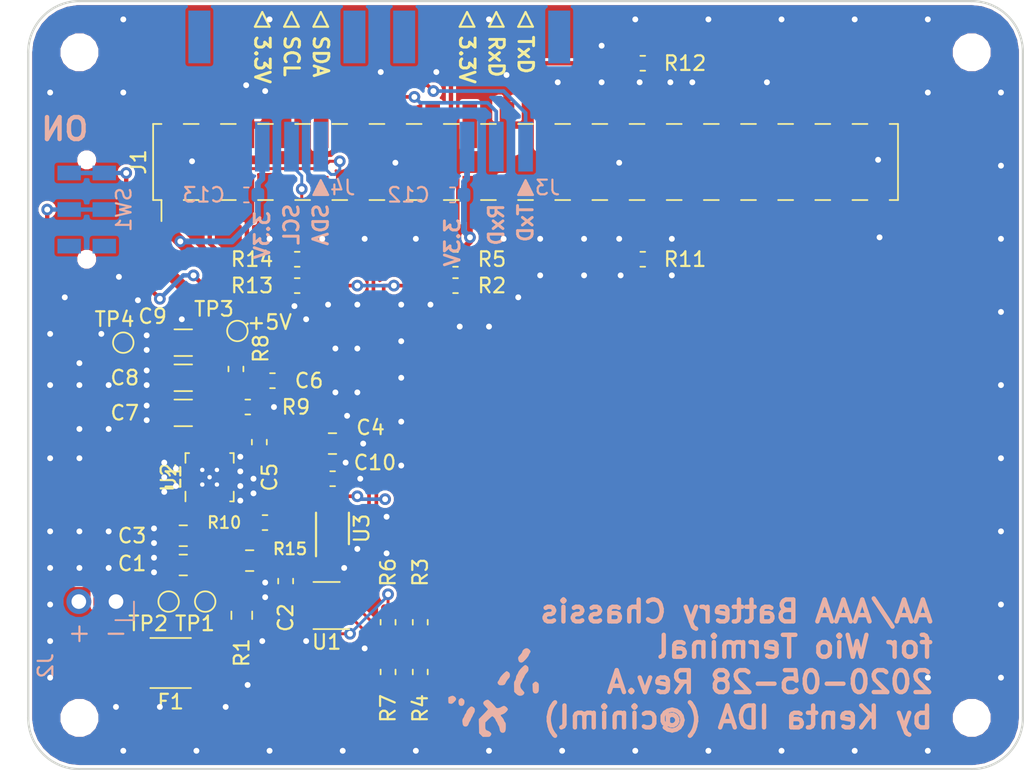
<source format=kicad_pcb>
(kicad_pcb (version 20171130) (host pcbnew "(5.0.0)")
  (layers (0 F.Cu signal) (31 B.Cu signal) (34 B.Paste user) (35 F.Paste user) (36 B.SilkS user) (37 F.SilkS user) (38 B.Mask user) (39 F.Mask user) (44 Edge.Cuts user))
  (net 0 "")
  (net 1 "Net-(C1-Pad1)")
  (net 2 GND)
  (net 3 +5V)
  (net 4 "Net-(C5-Pad1)")
  (net 5 "Net-(C6-Pad1)")
  (net 6 "Net-(J1-Pad27)")
  (net 7 "Net-(J1-Pad28)")
  (net 8 "Net-(L1-Pad1)")
  (net 9 "Net-(L1-Pad2)")
  (net 10 /SDA)
  (net 11 /A0)
  (net 12 /SCL)
  (net 13 /A1)
  (net 14 "Net-(R10-Pad2)")
  (net 15 +3V3)
  (net 16 "Net-(F1-Pad1)")
  (net 17 "Net-(R15-Pad2)")
  (net 18 "Net-(SW1-Pad1)")
  (net 19 "Net-(F1-Pad2)")
  (net 20 /I2C1_SDA)
  (net 21 /I2C1_SCL)
  (net 22 /TXD)
  (net 23 /RXD)
  (module local:MountingHole_2.2mm_M2_DIN965_Mask (layer F.Cu) (at 3.5 -49)
    (fp_text reference MH4 hide)
    (fp_text value Corner)
    (pad "" smd circle (at 0 0) (size 2.05 2.05) (layers *.Paste F.Cu))
    (pad "" np_thru_hole circle (at 0 0) (size 2.2 2.2) (drill 2.2) (layers *.Cu *.Mask))
  )
  (module local:MountingHole_2.2mm_M2_DIN965_Mask (layer F.Cu) (at 3.5 -3.5)
    (fp_text reference MH1 hide)
    (fp_text value Corner)
    (pad "" smd circle (at 0 0) (size 2.05 2.05) (layers *.Paste F.Cu))
    (pad "" np_thru_hole circle (at 0 0) (size 2.2 2.2) (drill 2.2) (layers *.Cu *.Mask))
  )
  (module local:MountingHole_2.2mm_M2_DIN965_Mask (layer F.Cu) (at 64.5 -3.5)
    (fp_text reference MH2 hide)
    (fp_text value Corner)
    (pad "" smd circle (at 0 0) (size 2.05 2.05) (layers *.Paste F.Cu))
    (pad "" np_thru_hole circle (at 0 0) (size 2.2 2.2) (drill 2.2) (layers *.Cu *.Mask))
  )
  (module local:MountingHole_2.2mm_M2_DIN965_Mask (layer F.Cu) (at 64.5 -49)
    (fp_text reference MH3 hide)
    (fp_text value Corner)
    (pad "" smd circle (at 0 0) (size 2.05 2.05) (layers *.Paste F.Cu))
    (pad "" np_thru_hole circle (at 0 0) (size 2.2 2.2) (drill 2.2) (layers *.Cu *.Mask))
  )
  (module local:PinHeader_1x02_P2.54mm_Horizontal (layer B.Cu) (at 3.46 -11.45 270)
    (fp_text reference J2 (at 4.385 2.27 270) (layer B.SilkS) (effects (justify mirror)))
    (fp_text value "Ext. BAT")
    (pad 1 thru_hole circle (at 0 0 270) (size 1.7 1.7) (drill 1) (layers *.Cu *.Mask) (net 19 "Net-(F1-Pad2)"))
    (pad 2 thru_hole oval (at 0 -2.54 270) (size 1.7 1.7) (drill 1) (layers *.Cu *.Mask) (net 2 GND))
  )
  (module Package_SON:Texas_S-PWSON-N10_ThermalVias (layer F.Cu) (at 12.4 -19.95 90)
    (fp_text reference U2 (at 0 -2.8 90) (layer F.SilkS))
    (fp_text value TPS63060)
    (pad 11 smd rect (at -0.6 1.425 90) (size 0.25 0.7) (layers F.Cu F.Paste F.Mask) (net 2 GND))
    (pad 11 smd rect (at 0.6 1.425 90) (size 0.25 0.7) (layers F.Cu F.Paste F.Mask) (net 2 GND))
    (pad 11 smd rect (at -0.6 -1.425 90) (size 0.25 0.7) (layers F.Cu F.Paste F.Mask) (net 2 GND))
    (pad 11 smd rect (at 0.6 -1.425 90) (size 0.25 0.7) (layers F.Cu F.Paste F.Mask) (net 2 GND))
    (pad 1 smd oval (at -1.475 -1 90) (size 0.85 0.28) (layers F.Cu F.Paste F.Mask) (net 8 "Net-(L1-Pad1)"))
    (pad 2 smd oval (at -1.475 -0.5 90) (size 0.85 0.28) (layers F.Cu F.Paste F.Mask) (net 1 "Net-(C1-Pad1)"))
    (pad 3 smd rect (at -1.76 0 90) (size 0.28 0.28) (layers F.Cu F.Paste F.Mask) (net 17 "Net-(R15-Pad2)"))
    (pad 4 smd oval (at -1.475 0.5 90) (size 0.85 0.28) (layers F.Cu F.Paste F.Mask) (net 2 GND))
    (pad 5 smd rect (at -1.76 1 90) (size 0.28 0.28) (layers F.Cu F.Paste F.Mask) (net 14 "Net-(R10-Pad2)"))
    (pad 6 smd oval (at 1.475 1 90) (size 0.85 0.28) (layers F.Cu F.Paste F.Mask) (net 4 "Net-(C5-Pad1)"))
    (pad 7 smd oval (at 1.475 0.5 90) (size 0.85 0.28) (layers F.Cu F.Paste F.Mask) (net 2 GND))
    (pad 8 smd rect (at 1.76 0 90) (size 0.28 0.28) (layers F.Cu F.Paste F.Mask) (net 5 "Net-(C6-Pad1)"))
    (pad 9 smd rect (at 1.76 -0.5 90) (size 0.28 0.28) (layers F.Cu F.Paste F.Mask) (net 3 +5V))
    (pad 10 smd rect (at 1.76 -1 90) (size 0.28 0.28) (layers F.Cu F.Paste F.Mask) (net 9 "Net-(L1-Pad2)"))
    (pad 11 thru_hole circle (at 0 0 90) (size 0.6 0.6) (drill 0.3) (layers *.Cu *.Mask) (net 2 GND))
    (pad 11 thru_hole circle (at -0.5 -0.5 90) (size 0.6 0.6) (drill 0.3) (layers *.Cu *.Mask) (net 2 GND))
    (pad 11 thru_hole circle (at 0.5 -0.5 90) (size 0.6 0.6) (drill 0.3) (layers *.Cu *.Mask) (net 2 GND))
    (pad 11 thru_hole circle (at -0.5 0.5 90) (size 0.6 0.6) (drill 0.3) (layers *.Cu *.Mask) (net 2 GND))
    (pad 11 thru_hole circle (at 0.5 0.5 90) (size 0.6 0.6) (drill 0.3) (layers *.Cu *.Mask) (net 2 GND))
    (pad 11 smd rect (at -0.2 -1.425 90) (size 0.25 0.7) (layers F.Cu F.Paste F.Mask) (net 2 GND))
    (pad 11 smd rect (at 0.2 -1.425 90) (size 0.25 0.7) (layers F.Cu F.Paste F.Mask) (net 2 GND))
    (pad 11 smd rect (at -0.2 1.425 90) (size 0.25 0.7) (layers F.Cu F.Paste F.Mask) (net 2 GND))
    (pad 11 smd rect (at 0.2 1.425 90) (size 0.25 0.7) (layers F.Cu F.Paste F.Mask) (net 2 GND))
    (pad 11 smd rect (at 0 0 90) (size 1.7 2.15) (layers F.Cu F.Mask) (net 2 GND))
    (pad 1 smd rect (at -1.76 -1 90) (size 0.28 0.28) (layers F.Cu F.Paste F.Mask) (net 8 "Net-(L1-Pad1)"))
    (pad 2 smd rect (at -1.76 -0.5 90) (size 0.28 0.28) (layers F.Cu F.Paste F.Mask) (net 1 "Net-(C1-Pad1)"))
    (pad 3 smd oval (at -1.475 0 90) (size 0.85 0.28) (layers F.Cu F.Paste F.Mask) (net 17 "Net-(R15-Pad2)"))
    (pad 4 smd rect (at -1.76 0.5 90) (size 0.28 0.28) (layers F.Cu F.Paste F.Mask) (net 2 GND))
    (pad 5 smd oval (at -1.475 1 90) (size 0.85 0.28) (layers F.Cu F.Paste F.Mask) (net 14 "Net-(R10-Pad2)"))
    (pad 6 smd rect (at 1.76 1 90) (size 0.28 0.28) (layers F.Cu F.Paste F.Mask) (net 4 "Net-(C5-Pad1)"))
    (pad 7 smd rect (at 1.76 0.5 90) (size 0.28 0.28) (layers F.Cu F.Paste F.Mask) (net 2 GND))
    (pad 8 smd oval (at 1.475 0 90) (size 0.85 0.28) (layers F.Cu F.Paste F.Mask) (net 5 "Net-(C6-Pad1)"))
    (pad 9 smd oval (at 1.475 -0.5 90) (size 0.85 0.28) (layers F.Cu F.Paste F.Mask) (net 3 +5V))
    (pad 10 smd oval (at 1.475 -1 90) (size 0.85 0.28) (layers F.Cu F.Paste F.Mask) (net 9 "Net-(L1-Pad2)"))
    (pad 11 smd rect (at -0.001 0 90) (size 2.3 2.3) (layers B.Cu) (net 2 GND))
    (pad 11 smd rect (at -0.435 -0.56 90) (size 0.65 0.9) (layers F.Cu F.Paste F.Mask) (net 2 GND))
    (pad 11 smd rect (at 0.435 0.56 90) (size 0.65 0.9) (layers F.Cu F.Paste F.Mask) (net 2 GND))
    (pad 11 smd rect (at -0.435 0.56 90) (size 0.65 0.9) (layers F.Cu F.Paste F.Mask) (net 2 GND))
    (pad 11 smd rect (at 0.435 -0.56 90) (size 0.65 0.9) (layers F.Cu F.Paste F.Mask) (net 2 GND))
    (pad 11 smd rect (at -0.6 -1.425 90) (size 0.23 0.6) (layers F.Cu F.Paste F.Mask) (net 2 GND))
    (pad 11 smd rect (at -0.2 -1.425 90) (size 0.23 0.6) (layers F.Cu F.Paste F.Mask) (net 2 GND))
    (pad 11 smd rect (at 0.2 -1.425 90) (size 0.23 0.6) (layers F.Cu F.Paste F.Mask) (net 2 GND))
    (pad 11 smd rect (at 0.6 -1.425 90) (size 0.23 0.6) (layers F.Cu F.Paste F.Mask) (net 2 GND))
    (pad 11 smd rect (at -0.6 1.425 90) (size 0.23 0.6) (layers F.Cu F.Paste F.Mask) (net 2 GND))
    (pad 11 smd rect (at -0.2 1.425 90) (size 0.23 0.6) (layers F.Cu F.Paste F.Mask) (net 2 GND))
    (pad 11 smd rect (at 0.2 1.425 90) (size 0.23 0.6) (layers F.Cu F.Paste F.Mask) (net 2 GND))
    (pad 11 smd rect (at 0.6 1.425 90) (size 0.23 0.6) (layers F.Cu F.Paste F.Mask) (net 2 GND))
  )
  (module Capacitor_SMD:C_0805_2012Metric (layer F.Cu) (at 10.6 -13.95 180)
    (fp_text reference C1 (at 3.5 0.1 180) (layer F.SilkS))
    (fp_text value 10u)
    (pad 1 smd roundrect (at -0.9375 0 180) (size 0.975 1.4) (layers F.Cu F.Paste F.Mask) (net 1 "Net-(C1-Pad1)"))
    (pad 2 smd roundrect (at 0.9375 0 180) (size 0.975 1.4) (layers F.Cu F.Paste F.Mask) (net 2 GND))
  )
  (module Capacitor_SMD:C_0603_1608Metric (layer F.Cu) (at 17.6 -12.85 270)
    (fp_text reference C2 (at 2.5 0 270) (layer F.SilkS))
    (fp_text value 100n)
    (pad 1 smd roundrect (at -0.7875 0 270) (size 0.875 0.95) (layers F.Cu F.Paste F.Mask) (net 15 +3V3))
    (pad 2 smd roundrect (at 0.7875 0 270) (size 0.875 0.95) (layers F.Cu F.Paste F.Mask) (net 2 GND))
  )
  (module Capacitor_SMD:C_0805_2012Metric (layer F.Cu) (at 10.6 -15.95 180)
    (fp_text reference C3 (at 3.5 0 180) (layer F.SilkS))
    (fp_text value 10u)
    (pad 2 smd roundrect (at 0.9375 0 180) (size 0.975 1.4) (layers F.Cu F.Paste F.Mask) (net 2 GND))
    (pad 1 smd roundrect (at -0.9375 0 180) (size 0.975 1.4) (layers F.Cu F.Paste F.Mask) (net 1 "Net-(C1-Pad1)"))
  )
  (module Capacitor_SMD:C_0805_2012Metric (layer F.Cu) (at 20.8 -22.25)
    (fp_text reference C4 (at 2.6 -1.1) (layer F.SilkS))
    (fp_text value 10u)
    (pad 1 smd roundrect (at -0.9375 0) (size 0.975 1.4) (layers F.Cu F.Paste F.Mask) (net 15 +3V3))
    (pad 2 smd roundrect (at 0.9375 0) (size 0.975 1.4) (layers F.Cu F.Paste F.Mask) (net 2 GND))
  )
  (module Capacitor_SMD:C_0603_1608Metric (layer F.Cu) (at 15.8 -22.35 90)
    (fp_text reference C5 (at -2.4 0.7 90) (layer F.SilkS))
    (fp_text value 100n)
    (pad 2 smd roundrect (at 0.7875 0 90) (size 0.875 0.95) (layers F.Cu F.Paste F.Mask) (net 2 GND))
    (pad 1 smd roundrect (at -0.7875 0 90) (size 0.875 0.95) (layers F.Cu F.Paste F.Mask) (net 4 "Net-(C5-Pad1)"))
  )
  (module Capacitor_SMD:C_0603_1608Metric (layer F.Cu) (at 16.7 -26.55)
    (fp_text reference C6 (at 2.5 0) (layer F.SilkS))
    (fp_text value 10p)
    (pad 2 smd roundrect (at 0.7875 0) (size 0.875 0.95) (layers F.Cu F.Paste F.Mask) (net 2 GND))
    (pad 1 smd roundrect (at -0.7875 0) (size 0.875 0.95) (layers F.Cu F.Paste F.Mask) (net 5 "Net-(C6-Pad1)"))
  )
  (module Capacitor_SMD:C_1206_3216Metric (layer F.Cu) (at 10.6 -24.35 180)
    (fp_text reference C7 (at 4 0 180) (layer F.SilkS))
    (fp_text value 22u)
    (pad 1 smd roundrect (at -1.4 0 180) (size 1.25 1.75) (layers F.Cu F.Paste F.Mask) (roundrect_rratio 0.2) (net 3 +5V))
    (pad 2 smd roundrect (at 1.4 0 180) (size 1.25 1.75) (layers F.Cu F.Paste F.Mask) (roundrect_rratio 0.2) (net 2 GND))
  )
  (module Capacitor_SMD:C_1206_3216Metric (layer F.Cu) (at 10.6 -26.75 180)
    (fp_text reference C8 (at 4 0 180) (layer F.SilkS))
    (fp_text value 22u)
    (pad 2 smd roundrect (at 1.4 0 180) (size 1.25 1.75) (layers F.Cu F.Paste F.Mask) (roundrect_rratio 0.2) (net 2 GND))
    (pad 1 smd roundrect (at -1.4 0 180) (size 1.25 1.75) (layers F.Cu F.Paste F.Mask) (roundrect_rratio 0.2) (net 3 +5V))
  )
  (module Capacitor_SMD:C_1206_3216Metric (layer F.Cu) (at 10.6 -29.15 180)
    (fp_text reference C9 (at 2.1 1.8 180) (layer F.SilkS))
    (fp_text value 22u)
    (pad 1 smd roundrect (at -1.4 0 180) (size 1.25 1.75) (layers F.Cu F.Paste F.Mask) (roundrect_rratio 0.2) (net 3 +5V))
    (pad 2 smd roundrect (at 1.4 0 180) (size 1.25 1.75) (layers F.Cu F.Paste F.Mask) (roundrect_rratio 0.2) (net 2 GND))
  )
  (module local:logo (layer B.Cu) (at 31.8 -5.25 180)
    (fp_text reference LOGO1 hide)
    (fp_text value Logo_Open_Hardware_Small hide)
  )
  (module Resistor_SMD:R_0805_2012Metric (layer F.Cu) (at 14.6 -10.5125 270)
    (fp_text reference R1 (at 2.5625 0 270) (layer F.SilkS))
    (fp_text value 0.04)
    (pad 1 smd roundrect (at -0.9375 0 270) (size 0.975 1.4) (layers F.Cu F.Paste F.Mask) (net 1 "Net-(C1-Pad1)"))
    (pad 2 smd roundrect (at 0.9375 0 270) (size 0.975 1.4) (layers F.Cu F.Paste F.Mask) (net 16 "Net-(F1-Pad1)"))
  )
  (module Resistor_SMD:R_0603_1608Metric (layer F.Cu) (at 29.2125 -33.05 180)
    (fp_text reference R2 (at -2.4875 0 180) (layer F.SilkS))
    (fp_text value 4.7k)
    (pad 1 smd roundrect (at -0.7875 0 180) (size 0.875 0.95) (layers F.Cu F.Paste F.Mask) (net 15 +3V3))
    (pad 2 smd roundrect (at 0.7875 0 180) (size 0.875 0.95) (layers F.Cu F.Paste F.Mask) (net 10 /SDA))
  )
  (module Resistor_SMD:R_0603_1608Metric (layer F.Cu) (at 26.8 -10.0375 270)
    (fp_text reference R3 (at -3.4125 0 270) (layer F.SilkS))
    (fp_text value 0)
    (pad 2 smd roundrect (at 0.7875 0 270) (size 0.875 0.95) (layers F.Cu F.Paste F.Mask) (net 11 /A0))
    (pad 1 smd roundrect (at -0.7875 0 270) (size 0.875 0.95) (layers F.Cu F.Paste F.Mask) (net 15 +3V3))
  )
  (module Resistor_SMD:R_0603_1608Metric (layer F.Cu) (at 26.8 -6.6375 270)
    (fp_text reference R4 (at 2.4875 0 270) (layer F.SilkS))
    (fp_text value DNP)
    (pad 1 smd roundrect (at -0.7875 0 270) (size 0.875 0.95) (layers F.Cu F.Paste F.Mask) (net 11 /A0))
    (pad 2 smd roundrect (at 0.7875 0 270) (size 0.875 0.95) (layers F.Cu F.Paste F.Mask) (net 2 GND))
  )
  (module Resistor_SMD:R_0603_1608Metric (layer F.Cu) (at 29.2125 -34.85 180)
    (fp_text reference R5 (at -2.4875 0 180) (layer F.SilkS))
    (fp_text value 4.7k)
    (pad 1 smd roundrect (at -0.7875 0 180) (size 0.875 0.95) (layers F.Cu F.Paste F.Mask) (net 15 +3V3))
    (pad 2 smd roundrect (at 0.7875 0 180) (size 0.875 0.95) (layers F.Cu F.Paste F.Mask) (net 12 /SCL))
  )
  (module Resistor_SMD:R_0603_1608Metric (layer F.Cu) (at 24.6 -10.0375 270)
    (fp_text reference R6 (at -3.4125 0 270) (layer F.SilkS))
    (fp_text value 0)
    (pad 2 smd roundrect (at 0.7875 0 270) (size 0.875 0.95) (layers F.Cu F.Paste F.Mask) (net 13 /A1))
    (pad 1 smd roundrect (at -0.7875 0 270) (size 0.875 0.95) (layers F.Cu F.Paste F.Mask) (net 15 +3V3))
  )
  (module Resistor_SMD:R_0603_1608Metric (layer F.Cu) (at 24.6 -6.6375 270)
    (fp_text reference R7 (at 2.4875 0 270) (layer F.SilkS))
    (fp_text value DNP)
    (pad 1 smd roundrect (at -0.7875 0 270) (size 0.875 0.95) (layers F.Cu F.Paste F.Mask) (net 13 /A1))
    (pad 2 smd roundrect (at 0.7875 0 270) (size 0.875 0.95) (layers F.Cu F.Paste F.Mask) (net 2 GND))
  )
  (module Resistor_SMD:R_0603_1608Metric (layer F.Cu) (at 14.2 -27.35 270)
    (fp_text reference R8 (at -1.4 -1.7 270) (layer F.SilkS))
    (fp_text value 1M)
    (pad 2 smd roundrect (at 0.7875 0 270) (size 0.875 0.95) (layers F.Cu F.Paste F.Mask) (net 5 "Net-(C6-Pad1)"))
    (pad 1 smd roundrect (at -0.7875 0 270) (size 0.875 0.95) (layers F.Cu F.Paste F.Mask) (net 3 +5V))
  )
  (module Resistor_SMD:R_0603_1608Metric (layer F.Cu) (at 15.0125 -24.75)
    (fp_text reference R9 (at 3.2875 0) (layer F.SilkS))
    (fp_text value 111k)
    (pad 1 smd roundrect (at -0.7875 0) (size 0.875 0.95) (layers F.Cu F.Paste F.Mask) (net 5 "Net-(C6-Pad1)"))
    (pad 2 smd roundrect (at 0.7875 0) (size 0.875 0.95) (layers F.Cu F.Paste F.Mask) (net 2 GND))
  )
  (module Resistor_SMD:R_0603_1608Metric (layer F.Cu) (at 16.1875 -16.85 180)
    (fp_text reference R10 (at 2.7875 0 180) (layer F.SilkS) (effects (font (size 0.8 0.8) (thickness 0.14))))
    (fp_text value 1M)
    (pad 1 smd roundrect (at -0.7875 0 180) (size 0.875 0.95) (layers F.Cu F.Paste F.Mask) (net 3 +5V))
    (pad 2 smd roundrect (at 0.7875 0 180) (size 0.875 0.95) (layers F.Cu F.Paste F.Mask) (net 14 "Net-(R10-Pad2)"))
  )
  (module Resistor_SMD:R_0603_1608Metric (layer F.Cu) (at 42.0125 -34.85)
    (fp_text reference R11 (at 2.8875 0) (layer F.SilkS))
    (fp_text value 0)
    (pad 2 smd roundrect (at 0.7875 0) (size 0.875 0.95) (layers F.Cu F.Paste F.Mask) (net 6 "Net-(J1-Pad27)"))
    (pad 1 smd roundrect (at -0.7875 0) (size 0.875 0.95) (layers F.Cu F.Paste F.Mask) (net 10 /SDA))
  )
  (module Resistor_SMD:R_0603_1608Metric (layer F.Cu) (at 42.0125 -48.25)
    (fp_text reference R12 (at 2.8875 0) (layer F.SilkS))
    (fp_text value 0)
    (pad 2 smd roundrect (at 0.7875 0) (size 0.875 0.95) (layers F.Cu F.Paste F.Mask) (net 7 "Net-(J1-Pad28)"))
    (pad 1 smd roundrect (at -0.7875 0) (size 0.875 0.95) (layers F.Cu F.Paste F.Mask) (net 12 /SCL))
  )
  (module Resistor_SMD:R_0603_1608Metric (layer F.Cu) (at 18.3875 -33.05 180)
    (fp_text reference R13 (at 3.0875 0 180) (layer F.SilkS))
    (fp_text value DNP)
    (pad 2 smd roundrect (at 0.7875 0 180) (size 0.875 0.95) (layers F.Cu F.Paste F.Mask) (net 20 /I2C1_SDA))
    (pad 1 smd roundrect (at -0.7875 0 180) (size 0.875 0.95) (layers F.Cu F.Paste F.Mask) (net 10 /SDA))
  )
  (module Resistor_SMD:R_0603_1608Metric (layer F.Cu) (at 18.3875 -34.85 180)
    (fp_text reference R14 (at 3.0875 0 180) (layer F.SilkS))
    (fp_text value DNP)
    (pad 1 smd roundrect (at -0.7875 0 180) (size 0.875 0.95) (layers F.Cu F.Paste F.Mask) (net 12 /SCL))
    (pad 2 smd roundrect (at 0.7875 0 180) (size 0.875 0.95) (layers F.Cu F.Paste F.Mask) (net 21 /I2C1_SCL))
  )
  (module TestPoint:TestPoint_Pad_D1.0mm (layer F.Cu) (at 12.1 -11.45 90)
    (fp_text reference TP1 (at -1.5 -0.7 180) (layer F.SilkS))
    (fp_text value BAT)
    (pad 1 smd circle (at 0 0 90) (size 1 1) (layers F.Cu F.Mask) (net 1 "Net-(C1-Pad1)"))
  )
  (module TestPoint:TestPoint_Pad_D1.0mm (layer F.Cu) (at 9.6 -11.45 90)
    (fp_text reference TP2 (at -1.5 -1.4 180) (layer F.SilkS))
    (fp_text value BAT-GND)
    (pad 1 smd circle (at 0 0 90) (size 1 1) (layers F.Cu F.Mask) (net 2 GND))
  )
  (module TestPoint:TestPoint_Pad_D1.0mm (layer F.Cu) (at 14.3 -29.95 90)
    (fp_text reference TP3 (at 1.5 -1.6 180) (layer F.SilkS))
    (fp_text value +5V)
    (pad 1 smd circle (at 0 0 90) (size 1 1) (layers F.Cu F.Mask) (net 3 +5V))
  )
  (module TestPoint:TestPoint_Pad_D1.0mm (layer F.Cu) (at 6.5 -29.15 90)
    (fp_text reference TP4 (at 1.6 -0.6 180) (layer F.SilkS))
    (fp_text value +5V-GND)
    (pad 1 smd circle (at 0 0 90) (size 1 1) (layers F.Cu F.Mask) (net 2 GND))
  )
  (module Package_TO_SOT_SMD:SOT-23-8 (layer F.Cu) (at 20.4 -11.18 180)
    (fp_text reference U1 (at 0 -2.5 180) (layer F.SilkS))
    (fp_text value INA219)
    (pad 1 smd rect (at -1.1 -0.98 180) (size 1.06 0.4) (layers F.Cu F.Paste F.Mask) (net 13 /A1))
    (pad 2 smd rect (at -1.1 -0.33 180) (size 1.06 0.4) (layers F.Cu F.Paste F.Mask) (net 11 /A0))
    (pad 3 smd rect (at -1.1 0.33 180) (size 1.06 0.4) (layers F.Cu F.Paste F.Mask) (net 10 /SDA))
    (pad 4 smd rect (at -1.1 0.98 180) (size 1.06 0.4) (layers F.Cu F.Paste F.Mask) (net 12 /SCL))
    (pad 5 smd rect (at 1.1 0.98 180) (size 1.06 0.4) (layers F.Cu F.Paste F.Mask) (net 15 +3V3))
    (pad 6 smd rect (at 1.1 0.33 180) (size 1.06 0.4) (layers F.Cu F.Paste F.Mask) (net 2 GND))
    (pad 7 smd rect (at 1.1 -0.33 180) (size 1.06 0.4) (layers F.Cu F.Paste F.Mask) (net 1 "Net-(C1-Pad1)"))
    (pad 8 smd rect (at 1.1 -0.98 180) (size 1.06 0.4) (layers F.Cu F.Paste F.Mask) (net 16 "Net-(F1-Pad1)"))
  )
  (module Fuse:Fuse_1812_4532Metric (layer F.Cu) (at 9.7375 -7.25 180)
    (fp_text reference F1 (at 0 -2.65 180) (layer F.SilkS))
    (fp_text value 1A)
    (pad 1 smd roundrect (at -2.1375 0 180) (size 1.125 3.4) (layers F.Cu F.Paste F.Mask) (roundrect_rratio 0.222222) (net 16 "Net-(F1-Pad1)"))
    (pad 2 smd roundrect (at 2.1375 0 180) (size 1.125 3.4) (layers F.Cu F.Paste F.Mask) (roundrect_rratio 0.222222) (net 19 "Net-(F1-Pad2)"))
  )
  (module Resistor_SMD:R_0805_2012Metric (layer F.Cu) (at 15.1375 -14.25 180)
    (fp_text reference R15 (at -2.7625 0.8 180) (layer F.SilkS) (effects (font (size 0.8 0.8))))
    (fp_text value 100k)
    (pad 1 smd roundrect (at -0.9375 0 180) (size 0.975 1.4) (layers F.Cu F.Paste F.Mask) (net 2 GND))
    (pad 2 smd roundrect (at 0.9375 0 180) (size 0.975 1.4) (layers F.Cu F.Paste F.Mask) (net 17 "Net-(R15-Pad2)"))
  )
  (module Package_DFN_QFN:DFN-8-1EP_3x2mm_P0.5mm_EP1.3x1.5mm (layer F.Cu) (at 20.8 -16.45 90)
    (fp_text reference U3 (at 0 2 90) (layer F.SilkS))
    (fp_text value ATECC608A)
    (pad 1 smd rect (at -1.45 -0.75 90) (size 0.75 0.3) (layers F.Cu F.Paste F.Mask))
    (pad 2 smd rect (at -1.45 -0.25 90) (size 0.75 0.3) (layers F.Cu F.Paste F.Mask))
    (pad 3 smd rect (at -1.45 0.25 90) (size 0.75 0.3) (layers F.Cu F.Paste F.Mask))
    (pad 4 smd rect (at -1.45 0.75 90) (size 0.75 0.3) (layers F.Cu F.Paste F.Mask) (net 2 GND))
    (pad 5 smd rect (at 1.45 0.75 90) (size 0.75 0.3) (layers F.Cu F.Paste F.Mask) (net 12 /SCL))
    (pad 6 smd rect (at 1.45 0.25 90) (size 0.75 0.3) (layers F.Cu F.Paste F.Mask) (net 10 /SDA))
    (pad 7 smd rect (at 1.45 -0.25 90) (size 0.75 0.3) (layers F.Cu F.Paste F.Mask))
    (pad 8 smd rect (at 1.45 -0.75 90) (size 0.75 0.3) (layers F.Cu F.Paste F.Mask) (net 15 +3V3))
    (pad 9 smd rect (at 0 0 90) (size 1.3 1.5) (layers F.Cu F.Mask))
  )
  (module Connector_PinHeader_2.54mm:PinHeader_2x20_P2.54mm_Vertical_SMD (layer F.Cu) (at 34 -41.5 90)
    (fp_text reference J1 (at 0 -26.46 90) (layer F.SilkS))
    (fp_text value Raspberry_Pi_2_3)
    (pad 1 smd rect (at -2.525 -24.13 90) (size 3.15 1) (layers F.Cu F.Paste F.Mask) (net 15 +3V3))
    (pad 2 smd rect (at 2.525 -24.13 90) (size 3.15 1) (layers F.Cu F.Paste F.Mask) (net 3 +5V))
    (pad 3 smd rect (at -2.525 -21.59 90) (size 3.15 1) (layers F.Cu F.Paste F.Mask) (net 20 /I2C1_SDA))
    (pad 4 smd rect (at 2.525 -21.59 90) (size 3.15 1) (layers F.Cu F.Paste F.Mask) (net 3 +5V))
    (pad 5 smd rect (at -2.525 -19.05 90) (size 3.15 1) (layers F.Cu F.Paste F.Mask) (net 21 /I2C1_SCL))
    (pad 6 smd rect (at 2.525 -19.05 90) (size 3.15 1) (layers F.Cu F.Paste F.Mask) (net 2 GND))
    (pad 7 smd rect (at -2.525 -16.51 90) (size 3.15 1) (layers F.Cu F.Paste F.Mask))
    (pad 8 smd rect (at 2.525 -16.51 90) (size 3.15 1) (layers F.Cu F.Paste F.Mask) (net 22 /TXD))
    (pad 9 smd rect (at -2.525 -13.97 90) (size 3.15 1) (layers F.Cu F.Paste F.Mask) (net 2 GND))
    (pad 10 smd rect (at 2.525 -13.97 90) (size 3.15 1) (layers F.Cu F.Paste F.Mask) (net 23 /RXD))
    (pad 11 smd rect (at -2.525 -11.43 90) (size 3.15 1) (layers F.Cu F.Paste F.Mask))
    (pad 12 smd rect (at 2.525 -11.43 90) (size 3.15 1) (layers F.Cu F.Paste F.Mask))
    (pad 13 smd rect (at -2.525 -8.89 90) (size 3.15 1) (layers F.Cu F.Paste F.Mask))
    (pad 14 smd rect (at 2.525 -8.89 90) (size 3.15 1) (layers F.Cu F.Paste F.Mask) (net 2 GND))
    (pad 15 smd rect (at -2.525 -6.35 90) (size 3.15 1) (layers F.Cu F.Paste F.Mask))
    (pad 16 smd rect (at 2.525 -6.35 90) (size 3.15 1) (layers F.Cu F.Paste F.Mask))
    (pad 17 smd rect (at -2.525 -3.81 90) (size 3.15 1) (layers F.Cu F.Paste F.Mask) (net 15 +3V3))
    (pad 18 smd rect (at 2.525 -3.81 90) (size 3.15 1) (layers F.Cu F.Paste F.Mask))
    (pad 19 smd rect (at -2.525 -1.27 90) (size 3.15 1) (layers F.Cu F.Paste F.Mask))
    (pad 20 smd rect (at 2.525 -1.27 90) (size 3.15 1) (layers F.Cu F.Paste F.Mask) (net 2 GND))
    (pad 21 smd rect (at -2.525 1.27 90) (size 3.15 1) (layers F.Cu F.Paste F.Mask))
    (pad 22 smd rect (at 2.525 1.27 90) (size 3.15 1) (layers F.Cu F.Paste F.Mask))
    (pad 23 smd rect (at -2.525 3.81 90) (size 3.15 1) (layers F.Cu F.Paste F.Mask))
    (pad 24 smd rect (at 2.525 3.81 90) (size 3.15 1) (layers F.Cu F.Paste F.Mask))
    (pad 25 smd rect (at -2.525 6.35 90) (size 3.15 1) (layers F.Cu F.Paste F.Mask) (net 2 GND))
    (pad 26 smd rect (at 2.525 6.35 90) (size 3.15 1) (layers F.Cu F.Paste F.Mask))
    (pad 27 smd rect (at -2.525 8.89 90) (size 3.15 1) (layers F.Cu F.Paste F.Mask) (net 6 "Net-(J1-Pad27)"))
    (pad 28 smd rect (at 2.525 8.89 90) (size 3.15 1) (layers F.Cu F.Paste F.Mask) (net 7 "Net-(J1-Pad28)"))
    (pad 29 smd rect (at -2.525 11.43 90) (size 3.15 1) (layers F.Cu F.Paste F.Mask))
    (pad 30 smd rect (at 2.525 11.43 90) (size 3.15 1) (layers F.Cu F.Paste F.Mask) (net 2 GND))
    (pad 31 smd rect (at -2.525 13.97 90) (size 3.15 1) (layers F.Cu F.Paste F.Mask))
    (pad 32 smd rect (at 2.525 13.97 90) (size 3.15 1) (layers F.Cu F.Paste F.Mask))
    (pad 33 smd rect (at -2.525 16.51 90) (size 3.15 1) (layers F.Cu F.Paste F.Mask))
    (pad 34 smd rect (at 2.525 16.51 90) (size 3.15 1) (layers F.Cu F.Paste F.Mask) (net 2 GND))
    (pad 35 smd rect (at -2.525 19.05 90) (size 3.15 1) (layers F.Cu F.Paste F.Mask))
    (pad 36 smd rect (at 2.525 19.05 90) (size 3.15 1) (layers F.Cu F.Paste F.Mask))
    (pad 37 smd rect (at -2.525 21.59 90) (size 3.15 1) (layers F.Cu F.Paste F.Mask))
    (pad 38 smd rect (at 2.525 21.59 90) (size 3.15 1) (layers F.Cu F.Paste F.Mask))
    (pad 39 smd rect (at -2.525 24.13 90) (size 3.15 1) (layers F.Cu F.Paste F.Mask) (net 2 GND))
    (pad 40 smd rect (at 2.525 24.13 90) (size 3.15 1) (layers F.Cu F.Paste F.Mask))
  )
  (module local:JS102011JAQN (layer B.Cu) (at 4 -38.25 90)
    (fp_text reference SW1 (at 0 2.54 90) (layer B.SilkS) (effects (justify mirror)))
    (fp_text value JS102011JAQN)
    (pad "" np_thru_hole circle (at -3.4 0 90) (size 0.9 0.9) (drill 0.9) (layers *.Cu *.Mask))
    (pad "" np_thru_hole circle (at 3.4 0 90) (size 0.9 0.9) (drill 0.9) (layers *.Cu *.Mask))
    (pad 1 smd rect (at -2.5 1.2 90) (size 1 1.6) (layers B.Cu B.Paste B.Mask) (net 18 "Net-(SW1-Pad1)"))
    (pad 2 smd rect (at 0 1.2 90) (size 1 1.6) (layers B.Cu B.Paste B.Mask) (net 1 "Net-(C1-Pad1)"))
    (pad 3 smd rect (at 2.5 1.2 90) (size 1 1.6) (layers B.Cu B.Paste B.Mask) (net 17 "Net-(R15-Pad2)"))
    (pad 3 smd rect (at 2.5 -1.2 90) (size 1 1.6) (layers B.Cu B.Paste B.Mask) (net 17 "Net-(R15-Pad2)"))
    (pad 1 smd rect (at -2.5 -1.2 90) (size 1 1.6) (layers B.Cu B.Paste B.Mask) (net 18 "Net-(SW1-Pad1)"))
    (pad 2 smd rect (at 0 -1.2 90) (size 1 1.6) (layers B.Cu B.Paste B.Mask) (net 1 "Net-(C1-Pad1)"))
  )
  (module local:74438323010 (layer F.Cu) (at 7.4 -19.95 90)
    (fp_text reference L1 (at 0 2.54 90) (layer F.SilkS))
    (fp_text value "1u, 2.5A")
    (pad 1 smd rect (at -0.975 0 90) (size 0.85 2.3) (layers F.Cu F.Paste F.Mask) (net 8 "Net-(L1-Pad1)"))
    (pad 2 smd rect (at 0.975 0 90) (size 0.85 2.3) (layers F.Cu F.Paste F.Mask) (net 9 "Net-(L1-Pad2)"))
  )
  (module Capacitor_SMD:C_0603_1608Metric (layer B.Cu) (at 29 -39.25 180)
    (fp_text reference C12 (at 3 0 180) (layer B.SilkS) (effects (justify mirror)))
    (fp_text value 1u)
    (pad 2 smd roundrect (at 0.7875 0 180) (size 0.875 0.95) (layers B.Cu B.Paste B.Mask) (net 2 GND))
    (pad 1 smd roundrect (at -0.7875 0 180) (size 0.875 0.95) (layers B.Cu B.Paste B.Mask) (net 15 +3V3))
  )
  (module Capacitor_SMD:C_0603_1608Metric (layer B.Cu) (at 14.9125 -39.25 180)
    (fp_text reference C13 (at 2.9125 0 180) (layer B.SilkS) (effects (justify mirror)))
    (fp_text value 1u)
    (pad 1 smd roundrect (at -0.7875 0 180) (size 0.875 0.95) (layers B.Cu B.Paste B.Mask) (net 15 +3V3))
    (pad 2 smd roundrect (at 0.7875 0 180) (size 0.875 0.95) (layers B.Cu B.Paste B.Mask) (net 2 GND))
  )
  (module local:PHS-4AW (layer B.Cu) (at 31 -44.25)
    (fp_text reference J3 (at 4.5 4.5) (layer B.SilkS) (effects (justify mirror)))
    (fp_text value GROVE)
    (pad 1 smd rect (at 3 1.7) (size 1 3.4) (layers B.Cu B.Paste B.Mask) (net 22 /TXD))
    (pad 2 smd rect (at 1 1.7) (size 1 3.4) (layers B.Cu B.Paste B.Mask) (net 23 /RXD))
    (pad 3 smd rect (at -1 1.7) (size 1 3.4) (layers B.Cu B.Paste B.Mask) (net 15 +3V3))
    (pad 4 smd rect (at -3 1.7) (size 1 3.4) (layers B.Cu B.Paste B.Mask) (net 2 GND))
    (pad "" smd rect (at -5.3 -5.8) (size 1.5 3.6) (layers B.Cu B.Paste B.Mask))
    (pad "" smd rect (at 5.3 -5.8) (size 1.5 3.6) (layers B.Cu B.Paste B.Mask))
  )
  (module local:PHS-4AW (layer B.Cu) (at 17 -44.25)
    (fp_text reference J4 (at 4.5 4.5) (layer B.SilkS) (effects (justify mirror)))
    (fp_text value GROVE)
    (pad "" smd rect (at 5.3 -5.8) (size 1.5 3.6) (layers B.Cu B.Paste B.Mask))
    (pad "" smd rect (at -5.3 -5.8) (size 1.5 3.6) (layers B.Cu B.Paste B.Mask))
    (pad 4 smd rect (at -3 1.7) (size 1 3.4) (layers B.Cu B.Paste B.Mask) (net 2 GND))
    (pad 3 smd rect (at -1 1.7) (size 1 3.4) (layers B.Cu B.Paste B.Mask) (net 15 +3V3))
    (pad 2 smd rect (at 1 1.7) (size 1 3.4) (layers B.Cu B.Paste B.Mask) (net 21 /I2C1_SCL))
    (pad 1 smd rect (at 3 1.7) (size 1 3.4) (layers B.Cu B.Paste B.Mask) (net 20 /I2C1_SDA))
  )
  (module Capacitor_SMD:C_0603_1608Metric (layer F.Cu) (at 20.8125 -19.85)
    (fp_text reference C10 (at 2.8875 -1.1) (layer F.SilkS))
    (fp_text value 100n)
    (pad 1 smd roundrect (at -0.7875 0) (size 0.875 0.95) (layers F.Cu F.Paste F.Mask) (net 15 +3V3))
    (pad 2 smd roundrect (at 0.7875 0) (size 0.875 0.95) (layers F.Cu F.Paste F.Mask) (net 2 GND))
  )
  (gr_line (start 15 -30.45) (end 14.9 -30.35) (layer F.SilkS) (width 0.15))
  (gr_text +5V (at 16.5 -30.55) (layer F.SilkS) (effects (font (size 1 1))))
  (gr_line (start 15.5 -50.75) (end 16 -51.75) (layer F.SilkS) (width 0.15))
  (gr_line (start 16.5 -50.75) (end 15.5 -50.75) (layer F.SilkS) (width 0.15))
  (gr_line (start 16 -51.75) (end 16.5 -50.75) (layer F.SilkS) (width 0.15))
  (gr_line (start 18 -51.75) (end 18.5 -50.75) (layer F.SilkS) (width 0.15))
  (gr_line (start 18.5 -50.75) (end 17.5 -50.75) (layer F.SilkS) (width 0.15))
  (gr_line (start 17.5 -50.75) (end 18 -51.75) (layer F.SilkS) (width 0.15))
  (gr_line (start 20 -51.75) (end 20.5 -50.75) (layer F.SilkS) (width 0.15))
  (gr_line (start 19.5 -50.75) (end 20 -51.75) (layer F.SilkS) (width 0.15))
  (gr_line (start 20.5 -50.75) (end 19.5 -50.75) (layer F.SilkS) (width 0.15))
  (gr_line (start 29.5 -50.75) (end 30 -51.75) (layer F.SilkS) (width 0.15))
  (gr_line (start 30 -51.75) (end 30.5 -50.75) (layer F.SilkS) (width 0.15))
  (gr_line (start 30.5 -50.75) (end 29.5 -50.75) (layer F.SilkS) (width 0.15))
  (gr_line (start 32.5 -50.75) (end 31.5 -50.75) (layer F.SilkS) (width 0.15))
  (gr_line (start 32 -51.75) (end 32.5 -50.75) (layer F.SilkS) (width 0.15))
  (gr_line (start 31.5 -50.75) (end 32 -51.75) (layer F.SilkS) (width 0.15))
  (gr_line (start 33.5 -50.75) (end 34 -51.75) (layer F.SilkS) (width 0.15))
  (gr_line (start 34.5 -50.75) (end 33.5 -50.75) (layer F.SilkS) (width 0.15))
  (gr_line (start 34 -51.75) (end 34.5 -50.75) (layer F.SilkS) (width 0.15))
  (gr_text 3.3V (at 16 -50.25 270) (layer F.SilkS) (effects (font (size 1 1) (thickness 0.2)) (justify left)))
  (gr_text SCL (at 18 -50.25 270) (layer F.SilkS) (effects (font (size 1 1) (thickness 0.2)) (justify left)))
  (gr_text SDA (at 20 -50.25 270) (layer F.SilkS) (effects (font (size 1 1) (thickness 0.2)) (justify left)))
  (gr_text 3.3V (at 30 -50.25 270) (layer F.SilkS) (effects (font (size 1 1) (thickness 0.2)) (justify left)))
  (gr_text RxD (at 32 -50.25 270) (layer F.SilkS) (effects (font (size 1 1) (thickness 0.2)) (justify left)))
  (gr_text TxD (at 34 -50.25 270) (layer F.SilkS) (effects (font (size 1 1) (thickness 0.2)) (justify left)))
  (gr_text 3.3V (at 29 -37.75 90) (layer B.SilkS) (effects (font (size 1 1) (thickness 0.2)) (justify left mirror)))
  (gr_text 3.3V (at 16 -38.25 90) (layer B.SilkS) (effects (font (size 1 1) (thickness 0.2)) (justify left mirror)))
  (gr_text SCL (at 18 -38.75 90) (layer B.SilkS) (effects (font (size 1 1) (thickness 0.2)) (justify left mirror)))
  (gr_text SDA (at 20 -38.75 90) (layer B.SilkS) (effects (font (size 1 1) (thickness 0.2)) (justify left mirror)))
  (gr_text RxD (at 32 -38.75 90) (layer B.SilkS) (effects (font (size 1 1) (thickness 0.2)) (justify left mirror)))
  (gr_text TxD (at 34 -38.75 90) (layer B.SilkS) (effects (font (size 1 1) (thickness 0.2)) (justify left mirror)))
  (gr_text ON (at 2.5 -43.75) (layer B.SilkS) (effects (font (size 1.5 1.5) (thickness 0.3)) (justify mirror)))
  (gr_line (start 6.5 -9.25) (end 5.5 -9.25) (layer B.SilkS) (width 0.15))
  (gr_line (start 3.5 -9.75) (end 3.5 -8.75) (layer B.SilkS) (width 0.15))
  (gr_line (start 4 -9.25) (end 3 -9.25) (layer B.SilkS) (width 0.15))
  (gr_text "AA/AAA Battery Chassis \nfor Wio Terminal\n2020-05-28 Rev.A \nby Kenta IDA (@ciniml)" (at 62 -7.15) (layer B.SilkS) (effects (font (size 1.5 1.5) (thickness 0.3)) (justify left mirror)))
  (gr_line (start 3.5 -52.5) (end 64.5 -52.5) (layer Edge.Cuts) (width 0.15))
  (gr_arc (start 64.5 -49) (end 64.5 -52.5) (angle 90) (layer Edge.Cuts) (width 0.15))
  (gr_line (start 68 -3.5) (end 68 -49) (layer Edge.Cuts) (width 0.15))
  (gr_arc (start 3.5 -49) (end 0 -49) (angle 90) (layer Edge.Cuts) (width 0.15))
  (gr_arc (start 64.5 -3.5) (end 64.5 0) (angle -90) (layer Edge.Cuts) (width 0.15))
  (gr_arc (start 3.5 -3.5) (end 0 -3.5) (angle -90) (layer Edge.Cuts) (width 0.15))
  (gr_line (start 0 -3.5) (end 0 -49) (layer Edge.Cuts) (width 0.15))
  (gr_line (start 3.5 0) (end 64.5 0) (layer Edge.Cuts) (width 0.15))
  (segment (start 11.9 -18.475) (end 11.9 -17.45) (width 0.3) (layer F.Cu) (net 1))
  (segment (start 14.8 -11.45) (end 14.6 -11.45) (width 0.4) (layer F.Cu) (net 1))
  (segment (start 19.3 -10.85) (end 15.4 -10.85) (width 0.4) (layer F.Cu) (net 1))
  (segment (start 15.4 -10.85) (end 14.8 -11.45) (width 0.4) (layer F.Cu) (net 1))
  (segment (start 12.1 -11.45) (end 10.6 -9.95) (width 0.3) (layer F.Cu) (net 1))
  (segment (start 10.6 -9.95) (end 8.8 -9.95) (width 0.3) (layer F.Cu) (net 1))
  (segment (start 4.610001 -11.137997) (end 4.610001 -28.339999) (width 0.3) (layer F.Cu) (net 1))
  (segment (start 8.8 -9.95) (end 5.797998 -9.95) (width 0.3) (layer F.Cu) (net 1))
  (segment (start 5.797998 -9.95) (end 4.610001 -11.137997) (width 0.3) (layer F.Cu) (net 1))
  (segment (start 4.610001 -28.339999) (end 1.3 -31.65) (width 0.3) (layer F.Cu) (net 1))
  (via (at 1.3 -38.25) (size 0.8) (drill 0.4) (layers F.Cu B.Cu) (net 1))
  (segment (start 1.3 -31.65) (end 1.3 -38.25) (width 0.3) (layer F.Cu) (net 1))
  (segment (start 1.3 -38.25) (end 2.8 -38.25) (width 0.3) (layer B.Cu) (net 1))
  (segment (start 2.8 -38.25) (end 5.2 -38.25) (width 0.3) (layer B.Cu) (net 1))
  (via (at 8.1 -24.85) (size 0.8) (drill 0.4) (layers F.Cu B.Cu) (net 2))
  (via (at 16.8 -24.75) (size 0.8) (drill 0.4) (layers F.Cu B.Cu) (net 2))
  (via (at 14.5 -18.35) (size 0.8) (drill 0.4) (layers F.Cu B.Cu) (net 2))
  (via (at 10.1 -19.35) (size 0.8) (drill 0.4) (layers F.Cu B.Cu) (net 2))
  (segment (start 10.975 -19.35) (end 10.1 -19.35) (width 0.2) (layer F.Cu) (net 2))
  (via (at 10.1 -20.55) (size 0.8) (drill 0.4) (layers F.Cu B.Cu) (net 2))
  (segment (start 10.975 -20.55) (end 10.1 -20.55) (width 0.2) (layer F.Cu) (net 2))
  (via (at 9.3 -19.95) (size 0.8) (drill 0.4) (layers F.Cu B.Cu) (net 2))
  (segment (start 10.1 -19.35) (end 9.9 -19.35) (width 0.2) (layer F.Cu) (net 2))
  (via (at 9.3 -18.95) (size 0.8) (drill 0.4) (layers F.Cu B.Cu) (net 2))
  (via (at 9.3 -20.95) (size 0.8) (drill 0.4) (layers F.Cu B.Cu) (net 2))
  (segment (start 10.1 -20.55) (end 10 -20.55) (width 0.2) (layer F.Cu) (net 2))
  (via (at 14.5 -20.35) (size 0.8) (drill 0.4) (layers F.Cu B.Cu) (net 2))
  (via (at 14.5 -19.35) (size 0.8) (drill 0.4) (layers F.Cu B.Cu) (net 2))
  (via (at 15.4 -19.85) (size 0.8) (drill 0.4) (layers F.Cu B.Cu) (net 2))
  (via (at 15.4 -18.85) (size 0.8) (drill 0.4) (layers F.Cu B.Cu) (net 2))
  (segment (start 12.9 -21.425) (end 12.9 -22.05) (width 0.3) (layer F.Cu) (net 2))
  (segment (start 12.9 -22.05) (end 13.2 -22.35) (width 0.3) (layer F.Cu) (net 2))
  (segment (start 13.2 -22.35) (end 14.1 -23.25) (width 0.3) (layer F.Cu) (net 2))
  (segment (start 14.1 -23.25) (end 14.7 -23.25) (width 0.3) (layer F.Cu) (net 2))
  (via (at 14.5 -21.35) (size 0.8) (drill 0.4) (layers F.Cu B.Cu) (net 2))
  (via (at 8.1 -23.85) (size 0.8) (drill 0.4) (layers F.Cu B.Cu) (net 2))
  (via (at 8.1 -26.25) (size 0.8) (drill 0.4) (layers F.Cu B.Cu) (net 2))
  (via (at 8.1 -27.25) (size 0.8) (drill 0.4) (layers F.Cu B.Cu) (net 2))
  (via (at 8.1 -28.65) (size 0.8) (drill 0.4) (layers F.Cu B.Cu) (net 2))
  (via (at 8.1 -29.65) (size 0.8) (drill 0.4) (layers F.Cu B.Cu) (net 2))
  (via (at 8.6 -16.45) (size 0.8) (drill 0.4) (layers F.Cu B.Cu) (net 2))
  (via (at 8.6 -15.45) (size 0.8) (drill 0.4) (layers F.Cu B.Cu) (net 2))
  (via (at 8.6 -14.45) (size 0.8) (drill 0.4) (layers F.Cu B.Cu) (net 2))
  (via (at 8.6 -13.45) (size 0.8) (drill 0.4) (layers F.Cu B.Cu) (net 2))
  (segment (start 12.9 -19.455) (end 12.96 -19.515) (width 0.3) (layer F.Cu) (net 2))
  (segment (start 12.9 -18.475) (end 12.9 -19.455) (width 0.3) (layer F.Cu) (net 2))
  (segment (start 18.1525 -11.51) (end 17.6 -12.0625) (width 0.4) (layer F.Cu) (net 2))
  (segment (start 19.3 -11.51) (end 18.1525 -11.51) (width 0.4) (layer F.Cu) (net 2))
  (via (at 16.2 -12.75) (size 0.8) (drill 0.4) (layers F.Cu B.Cu) (net 2))
  (via (at 16.2 -11.75) (size 0.8) (drill 0.4) (layers F.Cu B.Cu) (net 2))
  (via (at 21.7 -20.95) (size 0.8) (drill 0.4) (layers F.Cu B.Cu) (net 2))
  (via (at 22.7 -19.85) (size 0.8) (drill 0.4) (layers F.Cu B.Cu) (net 2))
  (via (at 22.9 -22.25) (size 0.8) (drill 0.4) (layers F.Cu B.Cu) (net 2))
  (via (at 21.6 -13.75) (size 0.8) (drill 0.4) (layers F.Cu B.Cu) (net 2))
  (segment (start 21.55 -13.8) (end 21.6 -13.75) (width 0.3) (layer F.Cu) (net 2))
  (segment (start 21.55 -15) (end 21.55 -13.8) (width 0.3) (layer F.Cu) (net 2))
  (segment (start 21.6 -19.85) (end 22.7 -19.85) (width 0.4) (layer F.Cu) (net 2))
  (segment (start 21.6 -20.85) (end 21.7 -20.95) (width 0.4) (layer F.Cu) (net 2))
  (segment (start 21.6 -19.85) (end 21.6 -20.85) (width 0.4) (layer F.Cu) (net 2))
  (segment (start 21.7 -22.2125) (end 21.7375 -22.25) (width 0.4) (layer F.Cu) (net 2))
  (segment (start 21.7 -20.95) (end 21.7 -22.2125) (width 0.4) (layer F.Cu) (net 2))
  (segment (start 21.7375 -22.25) (end 22.9 -22.25) (width 0.4) (layer F.Cu) (net 2))
  (segment (start 16.075 -12.875) (end 16.2 -12.75) (width 0.4) (layer F.Cu) (net 2))
  (segment (start 16.075 -14.25) (end 16.075 -12.875) (width 0.4) (layer F.Cu) (net 2))
  (segment (start 16.2 -11.75) (end 16.3 -11.75) (width 0.4) (layer F.Cu) (net 2))
  (segment (start 16.6125 -12.0625) (end 17.6 -12.0625) (width 0.4) (layer F.Cu) (net 2))
  (segment (start 16.3 -11.75) (end 16.6125 -12.0625) (width 0.4) (layer F.Cu) (net 2))
  (via (at 22.5 -15.05) (size 0.8) (drill 0.4) (layers F.Cu B.Cu) (net 2))
  (via (at 21.8 -24.15) (size 0.8) (drill 0.4) (layers F.Cu B.Cu) (net 2))
  (via (at 61.5 -1.25) (size 0.8) (drill 0.4) (layers F.Cu B.Cu) (net 2))
  (via (at 56.5 -1.25) (size 0.8) (drill 0.4) (layers F.Cu B.Cu) (net 2))
  (via (at 51.5 -1.25) (size 0.8) (drill 0.4) (layers F.Cu B.Cu) (net 2))
  (via (at 46.5 -1.25) (size 0.8) (drill 0.4) (layers F.Cu B.Cu) (net 2))
  (via (at 41.5 -1.25) (size 0.8) (drill 0.4) (layers F.Cu B.Cu) (net 2))
  (via (at 36.5 -1.25) (size 0.8) (drill 0.4) (layers F.Cu B.Cu) (net 2))
  (via (at 31.5 -1.25) (size 0.8) (drill 0.4) (layers F.Cu B.Cu) (net 2))
  (via (at 61.5 -6.25) (size 0.8) (drill 0.4) (layers F.Cu B.Cu) (net 2))
  (via (at 66.5 -6.25) (size 0.8) (drill 0.4) (layers F.Cu B.Cu) (net 2))
  (via (at 66.5 -11.25) (size 0.8) (drill 0.4) (layers F.Cu B.Cu) (net 2))
  (via (at 66.5 -16.25) (size 0.8) (drill 0.4) (layers F.Cu B.Cu) (net 2))
  (via (at 66.5 -21.25) (size 0.8) (drill 0.4) (layers F.Cu B.Cu) (net 2))
  (via (at 66.5 -26.25) (size 0.8) (drill 0.4) (layers F.Cu B.Cu) (net 2))
  (via (at 66.5 -36.25) (size 0.8) (drill 0.4) (layers F.Cu B.Cu) (net 2))
  (via (at 66.5 -41.25) (size 0.8) (drill 0.4) (layers F.Cu B.Cu) (net 2))
  (via (at 66.5 -46.25) (size 0.8) (drill 0.4) (layers F.Cu B.Cu) (net 2))
  (via (at 61.5 -46.25) (size 0.8) (drill 0.4) (layers F.Cu B.Cu) (net 2))
  (via (at 61.5 -51.25) (size 0.8) (drill 0.4) (layers F.Cu B.Cu) (net 2))
  (via (at 56.5 -51.25) (size 0.8) (drill 0.4) (layers F.Cu B.Cu) (net 2))
  (via (at 51.5 -51.25) (size 0.8) (drill 0.4) (layers F.Cu B.Cu) (net 2))
  (via (at 46.5 -51.25) (size 0.8) (drill 0.4) (layers F.Cu B.Cu) (net 2))
  (via (at 41.5 -51.25) (size 0.8) (drill 0.4) (layers F.Cu B.Cu) (net 2))
  (via (at 31.5 -51.25) (size 0.8) (drill 0.4) (layers F.Cu B.Cu) (net 2))
  (via (at 16.5 -51.25) (size 0.8) (drill 0.4) (layers F.Cu B.Cu) (net 2))
  (via (at 6.5 -51.25) (size 0.8) (drill 0.4) (layers F.Cu B.Cu) (net 2))
  (via (at 6.5 -46.25) (size 0.8) (drill 0.4) (layers F.Cu B.Cu) (net 2))
  (via (at 1.5 -46.25) (size 0.8) (drill 0.4) (layers F.Cu B.Cu) (net 2))
  (via (at 66.5 -31.25) (size 0.8) (drill 0.4) (layers F.Cu B.Cu) (net 2))
  (via (at 26.5 -1.25) (size 0.8) (drill 0.4) (layers F.Cu B.Cu) (net 2))
  (via (at 21.5 -1.25) (size 0.8) (drill 0.4) (layers F.Cu B.Cu) (net 2))
  (via (at 16.5 -1.25) (size 0.8) (drill 0.4) (layers F.Cu B.Cu) (net 2))
  (via (at 11.5 -1.25) (size 0.8) (drill 0.4) (layers F.Cu B.Cu) (net 2))
  (via (at 6.5 -1.25) (size 0.8) (drill 0.4) (layers F.Cu B.Cu) (net 2))
  (via (at 1.5 -6.25) (size 0.8) (drill 0.4) (layers F.Cu B.Cu) (net 2))
  (via (at 1.5 -11.25) (size 0.8) (drill 0.4) (layers F.Cu B.Cu) (net 2))
  (via (at 1.5 -16.25) (size 0.8) (drill 0.4) (layers F.Cu B.Cu) (net 2))
  (via (at 1.5 -21.25) (size 0.8) (drill 0.4) (layers F.Cu B.Cu) (net 2))
  (via (at 1.5 -26.25) (size 0.8) (drill 0.4) (layers F.Cu B.Cu) (net 2))
  (via (at 25.5 -31.75) (size 0.8) (drill 0.4) (layers F.Cu B.Cu) (net 2))
  (via (at 27.5 -31.75) (size 0.8) (drill 0.4) (layers F.Cu B.Cu) (net 2))
  (via (at 25.5 -26.75) (size 0.8) (drill 0.4) (layers F.Cu B.Cu) (net 2))
  (via (at 25.5 -29.25) (size 0.8) (drill 0.4) (layers F.Cu B.Cu) (net 2))
  (via (at 25.5 -23.75) (size 0.8) (drill 0.4) (layers F.Cu B.Cu) (net 2))
  (via (at 25.5 -20.75) (size 0.8) (drill 0.4) (layers F.Cu B.Cu) (net 2))
  (via (at 24.5 -17.25) (size 0.8) (drill 0.4) (layers F.Cu B.Cu) (net 2))
  (via (at 24.5 -14.75) (size 0.8) (drill 0.4) (layers F.Cu B.Cu) (net 2))
  (via (at 23 -8.25) (size 0.8) (drill 0.4) (layers F.Cu B.Cu) (net 2))
  (via (at 19 -8.75) (size 0.8) (drill 0.4) (layers F.Cu B.Cu) (net 2))
  (via (at 16 -8.75) (size 0.8) (drill 0.4) (layers F.Cu B.Cu) (net 2))
  (via (at 15 -5.75) (size 0.8) (drill 0.4) (layers F.Cu B.Cu) (net 2))
  (via (at 13.5 -4.25) (size 0.8) (drill 0.4) (layers F.Cu B.Cu) (net 2))
  (via (at 9 -4.25) (size 0.8) (drill 0.4) (layers F.Cu B.Cu) (net 2))
  (via (at 6 -4.25) (size 0.8) (drill 0.4) (layers F.Cu B.Cu) (net 2))
  (via (at 1.5 -8.75) (size 0.8) (drill 0.4) (layers F.Cu B.Cu) (net 2))
  (via (at 1.5 -13.75) (size 0.8) (drill 0.4) (layers F.Cu B.Cu) (net 2))
  (via (at 3.5 -13.75) (size 0.8) (drill 0.4) (layers F.Cu B.Cu) (net 2))
  (via (at 5.5 -13.75) (size 0.8) (drill 0.4) (layers F.Cu B.Cu) (net 2))
  (via (at 5.5 -16.25) (size 0.8) (drill 0.4) (layers F.Cu B.Cu) (net 2))
  (via (at 3.5 -16.25) (size 0.8) (drill 0.4) (layers F.Cu B.Cu) (net 2))
  (via (at 3.5 -21.25) (size 0.8) (drill 0.4) (layers F.Cu B.Cu) (net 2))
  (via (at 5.5 -23.25) (size 0.8) (drill 0.4) (layers F.Cu B.Cu) (net 2))
  (via (at 3.5 -23.25) (size 0.8) (drill 0.4) (layers F.Cu B.Cu) (net 2))
  (via (at 3.5 -26.25) (size 0.8) (drill 0.4) (layers F.Cu B.Cu) (net 2))
  (via (at 5.5 -26.25) (size 0.8) (drill 0.4) (layers F.Cu B.Cu) (net 2))
  (via (at 3.5 -27.75) (size 0.8) (drill 0.4) (layers F.Cu B.Cu) (net 2))
  (via (at 1.5 -29.75) (size 0.8) (drill 0.4) (layers F.Cu B.Cu) (net 2))
  (via (at 2.5 -32.25) (size 0.8) (drill 0.4) (layers F.Cu B.Cu) (net 2))
  (via (at 5 -29.75) (size 0.8) (drill 0.4) (layers F.Cu B.Cu) (net 2))
  (via (at 21 -25.75) (size 0.8) (drill 0.4) (layers F.Cu B.Cu) (net 2))
  (via (at 21 -28.75) (size 0.8) (drill 0.4) (layers F.Cu B.Cu) (net 2))
  (via (at 19 -30.75) (size 0.8) (drill 0.4) (layers F.Cu B.Cu) (net 2))
  (via (at 29.5 -30.25) (size 0.8) (drill 0.4) (layers F.Cu B.Cu) (net 2))
  (via (at 31.5 -30.25) (size 0.8) (drill 0.4) (layers F.Cu B.Cu) (net 2))
  (via (at 33.5 -32.25) (size 0.8) (drill 0.4) (layers F.Cu B.Cu) (net 2))
  (via (at 35 -33.75) (size 0.8) (drill 0.4) (layers F.Cu B.Cu) (net 2))
  (via (at 38 -33.75) (size 0.8) (drill 0.4) (layers F.Cu B.Cu) (net 2))
  (via (at 40.5 -33.75) (size 0.8) (drill 0.4) (layers F.Cu B.Cu) (net 2))
  (via (at 44 -33.75) (size 0.8) (drill 0.4) (layers F.Cu B.Cu) (net 2))
  (via (at 44 -36.25) (size 0.8) (drill 0.4) (layers F.Cu B.Cu) (net 2))
  (via (at 40.4 -36.25) (size 0.8) (drill 0.4) (layers F.Cu B.Cu) (net 2))
  (via (at 38 -36.25) (size 0.8) (drill 0.4) (layers F.Cu B.Cu) (net 2))
  (via (at 35 -36.25) (size 0.8) (drill 0.4) (layers F.Cu B.Cu) (net 2))
  (via (at 32.5 -36.25) (size 0.8) (drill 0.4) (layers F.Cu B.Cu) (net 2))
  (via (at 26.5 -36.25) (size 0.8) (drill 0.4) (layers F.Cu B.Cu) (net 2))
  (via (at 20.1 -36.25) (size 0.8) (drill 0.4) (layers F.Cu B.Cu) (net 2))
  (via (at 23 -36.25) (size 0.8) (drill 0.4) (layers F.Cu B.Cu) (net 2))
  (via (at 16.5 -36.25) (size 0.8) (drill 0.4) (layers F.Cu B.Cu) (net 2))
  (via (at 22.5 -31.75) (size 0.8) (drill 0.4) (layers F.Cu B.Cu) (net 2))
  (via (at 20.5 -31.75) (size 0.8) (drill 0.4) (layers F.Cu B.Cu) (net 2))
  (via (at 10.5 -30.75) (size 0.8) (drill 0.4) (layers F.Cu B.Cu) (net 2))
  (via (at 18.2 -31.65) (size 0.8) (drill 0.4) (layers F.Cu B.Cu) (net 2))
  (via (at 7.5 -32.05) (size 0.8) (drill 0.4) (layers F.Cu B.Cu) (net 2))
  (via (at 6.2 -33.65) (size 0.8) (drill 0.4) (layers F.Cu B.Cu) (net 2))
  (via (at 16.2 -46.35) (size 0.8) (drill 0.4) (layers F.Cu B.Cu) (net 2))
  (via (at 24.1 -47.65) (size 0.8) (drill 0.4) (layers F.Cu B.Cu) (net 2))
  (via (at 27.9 -47.65) (size 0.8) (drill 0.4) (layers F.Cu B.Cu) (net 2))
  (via (at 32.7 -47.45) (size 0.8) (drill 0.4) (layers F.Cu B.Cu) (net 2))
  (via (at 36.2 -46.95) (size 0.8) (drill 0.4) (layers F.Cu B.Cu) (net 2))
  (via (at 39.2 -46.95) (size 0.8) (drill 0.4) (layers F.Cu B.Cu) (net 2))
  (via (at 41.8 -46.95) (size 0.8) (drill 0.4) (layers F.Cu B.Cu) (net 2))
  (via (at 43.9 -46.95) (size 0.8) (drill 0.4) (layers F.Cu B.Cu) (net 2))
  (via (at 39.2 -49.45) (size 0.8) (drill 0.4) (layers F.Cu B.Cu) (net 2))
  (via (at 22.5 -28.75) (size 0.8) (drill 0.4) (layers F.Cu B.Cu) (net 2))
  (via (at 22.5 -25.75) (size 0.8) (drill 0.4) (layers F.Cu B.Cu) (net 2))
  (via (at 14.9 -46.75) (size 0.8) (drill 0.4) (layers F.Cu B.Cu) (net 2))
  (via (at 11.2 -41.55) (size 0.8) (drill 0.4) (layers F.Cu B.Cu) (net 2))
  (via (at 25.1 -41.45) (size 0.8) (drill 0.4) (layers F.Cu B.Cu) (net 2))
  (via (at 40.4 -41.45) (size 0.8) (drill 0.4) (layers F.Cu B.Cu) (net 2))
  (via (at 45.4 -46.95) (size 0.8) (drill 0.4) (layers F.Cu B.Cu) (net 2))
  (via (at 50.5 -46.95) (size 0.8) (drill 0.4) (layers F.Cu B.Cu) (net 2))
  (via (at 58.2 -36.35) (size 0.8) (drill 0.4) (layers F.Cu B.Cu) (net 2))
  (via (at 58.1 -41.65) (size 0.8) (drill 0.4) (layers F.Cu B.Cu) (net 2))
  (segment (start 11.9 -21.425) (end 11.9 -22.25) (width 0.3) (layer F.Cu) (net 3))
  (segment (start 9.87 -44.025) (end 9.87 -46.57) (width 0.8) (layer F.Cu) (net 3))
  (segment (start 9.87 -46.57) (end 12.41 -46.57) (width 0.8) (layer F.Cu) (net 3))
  (segment (start 12.41 -46.57) (end 12.41 -44.025) (width 0.8) (layer F.Cu) (net 3))
  (segment (start 9.87 -46.57) (end 8.6 -46.57) (width 0.8) (layer F.Cu) (net 3))
  (segment (start 8.6 -46.57) (end 7.8 -45.77) (width 0.8) (layer F.Cu) (net 3))
  (segment (start 7.8 -45.77) (end 7.8 -35.75) (width 0.8) (layer F.Cu) (net 3))
  (segment (start 12 -31.55) (end 12 -29.15) (width 0.8) (layer F.Cu) (net 3))
  (segment (start 7.8 -35.75) (end 12 -31.55) (width 0.8) (layer F.Cu) (net 3))
  (segment (start 18.27501 -27.667868) (end 18.27501 -23.42501) (width 0.4) (layer F.Cu) (net 3))
  (segment (start 16.975 -17.425) (end 16.975 -16.85) (width 0.4) (layer F.Cu) (net 3))
  (segment (start 18.27501 -23.42501) (end 16.975 -22.125) (width 0.4) (layer F.Cu) (net 3))
  (segment (start 16.975 -22.125) (end 16.975 -17.425) (width 0.4) (layer F.Cu) (net 3))
  (segment (start 17.805378 -28.1375) (end 18.27501 -27.667868) (width 0.4) (layer F.Cu) (net 3))
  (segment (start 14.2 -28.1375) (end 17.805378 -28.1375) (width 0.4) (layer F.Cu) (net 3))
  (segment (start 15.3125 -22.05) (end 15.8 -21.5625) (width 0.3) (layer F.Cu) (net 4))
  (segment (start 13.6 -22.05) (end 15.3125 -22.05) (width 0.3) (layer F.Cu) (net 4))
  (segment (start 13.4 -21.425) (end 13.4 -21.85) (width 0.3) (layer F.Cu) (net 4))
  (segment (start 13.4 -21.85) (end 13.6 -22.05) (width 0.3) (layer F.Cu) (net 4))
  (segment (start 14.225 -24.75) (end 14.225 -24.175) (width 0.3) (layer F.Cu) (net 5))
  (segment (start 12.4 -22.35) (end 12.4 -21.71) (width 0.3) (layer F.Cu) (net 5))
  (segment (start 14.225 -24.175) (end 12.4 -22.35) (width 0.3) (layer F.Cu) (net 5))
  (segment (start 14.225 -26.5375) (end 14.2 -26.5625) (width 0.3) (layer F.Cu) (net 5))
  (segment (start 14.225 -24.75) (end 14.225 -26.5375) (width 0.3) (layer F.Cu) (net 5))
  (segment (start 15.9 -26.5625) (end 15.9125 -26.55) (width 0.3) (layer F.Cu) (net 5))
  (segment (start 14.2 -26.5625) (end 15.9 -26.5625) (width 0.3) (layer F.Cu) (net 5))
  (segment (start 42.8 -38.885) (end 42.89 -38.975) (width 0.25) (layer F.Cu) (net 6))
  (segment (start 42.8 -34.85) (end 42.8 -38.885) (width 0.25) (layer F.Cu) (net 6))
  (segment (start 42.8 -44.115) (end 42.89 -44.025) (width 0.25) (layer F.Cu) (net 7))
  (segment (start 42.8 -48.25) (end 42.8 -44.115) (width 0.25) (layer F.Cu) (net 7))
  (segment (start 22.28 -11.51) (end 23.8 -13.03) (width 0.25) (layer F.Cu) (net 10))
  (segment (start 21.5 -11.51) (end 22.28 -11.51) (width 0.25) (layer F.Cu) (net 10))
  (via (at 24.4 -18.45) (size 0.8) (drill 0.4) (layers F.Cu B.Cu) (net 10))
  (segment (start 23.8 -18.45) (end 24.4 -18.45) (width 0.25) (layer F.Cu) (net 10))
  (segment (start 23.8 -13.03) (end 23.8 -18.45) (width 0.25) (layer F.Cu) (net 10))
  (segment (start 23.8 -18.45) (end 23.8 -18.85) (width 0.25) (layer F.Cu) (net 10))
  (via (at 22.5 -18.65) (size 0.8) (drill 0.4) (layers F.Cu B.Cu) (net 10))
  (segment (start 24.4 -18.45) (end 22.7 -18.45) (width 0.25) (layer B.Cu) (net 10))
  (segment (start 22.7 -18.45) (end 22.5 -18.65) (width 0.25) (layer B.Cu) (net 10))
  (segment (start 21.05 -18.4) (end 21.05 -17.9) (width 0.25) (layer F.Cu) (net 10))
  (segment (start 22.5 -18.65) (end 21.3 -18.65) (width 0.25) (layer F.Cu) (net 10))
  (segment (start 21.3 -18.65) (end 21.05 -18.4) (width 0.25) (layer F.Cu) (net 10))
  (segment (start 23.8 -18.85) (end 23.8 -18.95) (width 0.25) (layer F.Cu) (net 10))
  (segment (start 23.8 -18.95) (end 24.3 -19.45) (width 0.25) (layer F.Cu) (net 10))
  (segment (start 24.3 -19.45) (end 24.3 -33.05) (width 0.25) (layer F.Cu) (net 10))
  (via (at 25 -33.05) (size 0.8) (drill 0.4) (layers F.Cu B.Cu) (net 10))
  (segment (start 24.3 -33.05) (end 25 -33.05) (width 0.25) (layer F.Cu) (net 10))
  (via (at 22.5 -33.05) (size 0.8) (drill 0.4) (layers F.Cu B.Cu) (net 10))
  (segment (start 25 -33.05) (end 22.5 -33.05) (width 0.25) (layer B.Cu) (net 10))
  (segment (start 22.5 -33.05) (end 19.175 -33.05) (width 0.25) (layer F.Cu) (net 10))
  (segment (start 25 -33.05) (end 28.425 -33.05) (width 0.25) (layer F.Cu) (net 10))
  (segment (start 41.225 -34.85) (end 34.2 -34.85) (width 0.3) (layer F.Cu) (net 10))
  (segment (start 34.2 -34.85) (end 30.9 -31.55) (width 0.3) (layer F.Cu) (net 10))
  (segment (start 30.9 -31.55) (end 29.1 -31.55) (width 0.3) (layer F.Cu) (net 10))
  (segment (start 29.1 -31.55) (end 28.4 -32.25) (width 0.3) (layer F.Cu) (net 10))
  (segment (start 28.425 -32.275) (end 28.425 -33.05) (width 0.3) (layer F.Cu) (net 10))
  (segment (start 28.4 -32.25) (end 28.425 -32.275) (width 0.3) (layer F.Cu) (net 10))
  (segment (start 21.5 -10.85) (end 22.7 -10.85) (width 0.2) (layer F.Cu) (net 11))
  (segment (start 22.7 -10.85) (end 23.6 -9.95) (width 0.2) (layer F.Cu) (net 11))
  (segment (start 26.1 -9.95) (end 26.8 -9.25) (width 0.2) (layer F.Cu) (net 11))
  (segment (start 23.6 -9.95) (end 26.1 -9.95) (width 0.2) (layer F.Cu) (net 11))
  (segment (start 26.8 -7.425) (end 26.8 -9.25) (width 0.2) (layer F.Cu) (net 11))
  (segment (start 21.83 -12.16) (end 23.3 -13.63) (width 0.25) (layer F.Cu) (net 12))
  (segment (start 21.5 -12.16) (end 21.83 -12.16) (width 0.25) (layer F.Cu) (net 12))
  (segment (start 21.55 -17.9) (end 21.55 -17.5) (width 0.25) (layer F.Cu) (net 12))
  (segment (start 21.8 -17.25) (end 23.3 -17.25) (width 0.25) (layer F.Cu) (net 12))
  (segment (start 21.55 -17.5) (end 21.8 -17.25) (width 0.25) (layer F.Cu) (net 12))
  (segment (start 23.3 -13.63) (end 23.3 -17.25) (width 0.25) (layer F.Cu) (net 12))
  (segment (start 23.6 -34.85) (end 19.175 -34.85) (width 0.25) (layer F.Cu) (net 12))
  (segment (start 23.6 -19.55) (end 23.6 -34.85) (width 0.25) (layer F.Cu) (net 12))
  (segment (start 23.3 -17.25) (end 23.3 -19.25) (width 0.25) (layer F.Cu) (net 12))
  (segment (start 23.3 -19.25) (end 23.6 -19.55) (width 0.25) (layer F.Cu) (net 12))
  (segment (start 23.6 -34.85) (end 28.425 -34.85) (width 0.25) (layer F.Cu) (net 12))
  (segment (start 41.225 -48.25) (end 29.9 -48.25) (width 0.3) (layer F.Cu) (net 12))
  (segment (start 29.9 -48.25) (end 28.9 -47.25) (width 0.3) (layer F.Cu) (net 12))
  (segment (start 28.9 -35.325) (end 28.425 -34.85) (width 0.3) (layer F.Cu) (net 12))
  (segment (start 28.9 -47.25) (end 28.9 -35.325) (width 0.3) (layer F.Cu) (net 12))
  (segment (start 24.6 -9.25) (end 23.2 -9.25) (width 0.2) (layer F.Cu) (net 13))
  (segment (start 22.25 -10.2) (end 21.5 -10.2) (width 0.2) (layer F.Cu) (net 13))
  (segment (start 23.2 -9.25) (end 22.25 -10.2) (width 0.2) (layer F.Cu) (net 13))
  (segment (start 24.6 -9.25) (end 24.6 -7.425) (width 0.2) (layer F.Cu) (net 13))
  (segment (start 14.35 -16.85) (end 15.4 -16.85) (width 0.25) (layer F.Cu) (net 14))
  (segment (start 13.4 -18.475) (end 13.4 -17.8) (width 0.25) (layer F.Cu) (net 14))
  (segment (start 13.4 -17.8) (end 14.35 -16.85) (width 0.25) (layer F.Cu) (net 14))
  (segment (start 19.3 -12.16) (end 18.69 -12.16) (width 0.4) (layer F.Cu) (net 15))
  (segment (start 18.69 -12.16) (end 18.42501 -12.42499) (width 0.4) (layer F.Cu) (net 15))
  (segment (start 18.42501 -12.81249) (end 17.6 -13.6375) (width 0.4) (layer F.Cu) (net 15))
  (segment (start 18.42501 -12.42499) (end 18.42501 -12.81249) (width 0.4) (layer F.Cu) (net 15))
  (segment (start 19.8 -21.45) (end 19.8 -22.25) (width 0.6) (layer F.Cu) (net 15))
  (segment (start 18.7 -19.85) (end 18.7 -20.35) (width 0.6) (layer F.Cu) (net 15))
  (segment (start 18.7 -20.35) (end 19.8 -21.45) (width 0.6) (layer F.Cu) (net 15))
  (segment (start 18.7 -19.85) (end 20.025 -19.85) (width 0.4) (layer F.Cu) (net 15))
  (segment (start 20.025 -19.85) (end 20.025 -19.075) (width 0.4) (layer F.Cu) (net 15))
  (segment (start 20.05 -19.05) (end 20.05 -17.9) (width 0.3) (layer F.Cu) (net 15))
  (segment (start 20.025 -19.075) (end 20.05 -19.05) (width 0.3) (layer F.Cu) (net 15))
  (segment (start 20.03 -12.16) (end 20.4 -11.79) (width 0.2) (layer F.Cu) (net 15))
  (segment (start 19.3 -12.16) (end 20.03 -12.16) (width 0.2) (layer F.Cu) (net 15))
  (via (at 22 -9.25) (size 0.8) (drill 0.4) (layers F.Cu B.Cu) (net 15))
  (segment (start 21.269998 -9.25) (end 22 -9.25) (width 0.2) (layer F.Cu) (net 15))
  (segment (start 20.4 -11.79) (end 20.4 -10.119998) (width 0.2) (layer F.Cu) (net 15))
  (segment (start 20.4 -10.119998) (end 21.269998 -9.25) (width 0.2) (layer F.Cu) (net 15))
  (via (at 24.6 -11.95) (size 0.8) (drill 0.4) (layers F.Cu B.Cu) (net 15))
  (segment (start 22 -9.25) (end 24.6 -11.85) (width 0.2) (layer B.Cu) (net 15))
  (segment (start 24.6 -11.85) (end 24.6 -11.95) (width 0.2) (layer B.Cu) (net 15))
  (segment (start 24.6 -11.95) (end 24.6 -10.825) (width 0.2) (layer F.Cu) (net 15))
  (segment (start 26.8 -10.825) (end 24.6 -10.825) (width 0.2) (layer F.Cu) (net 15))
  (segment (start 30.19 -35.04) (end 30 -34.85) (width 0.25) (layer F.Cu) (net 15))
  (segment (start 30 -34.85) (end 30 -33.05) (width 0.25) (layer F.Cu) (net 15))
  (segment (start 17.6 -13.6375) (end 18.7 -14.7375) (width 0.4) (layer F.Cu) (net 15))
  (segment (start 18.7 -16.65) (end 18.7 -19.85) (width 0.4) (layer F.Cu) (net 15))
  (segment (start 18.7 -14.7375) (end 18.7 -16.65) (width 0.4) (layer F.Cu) (net 15))
  (segment (start 19.8625 -27.877465) (end 19.8625 -23.05) (width 0.8) (layer F.Cu) (net 15))
  (segment (start 19.8625 -23.05) (end 19.8625 -22.25) (width 0.8) (layer F.Cu) (net 15))
  (segment (start 15.989965 -31.75) (end 19.8625 -27.877465) (width 0.8) (layer F.Cu) (net 15))
  (segment (start 14.72 -31.75) (end 15.989965 -31.75) (width 0.8) (layer F.Cu) (net 15))
  (segment (start 9.87 -38.975) (end 9.87 -36.6) (width 0.8) (layer F.Cu) (net 15))
  (via (at 10.4 -36.07) (size 0.8) (drill 0.4) (layers F.Cu B.Cu) (net 15))
  (segment (start 9.87 -36.6) (end 10.4 -36.07) (width 0.8) (layer F.Cu) (net 15))
  (segment (start 10.4 -36.07) (end 14.72 -31.75) (width 0.8) (layer F.Cu) (net 15))
  (segment (start 15.7 -37.85) (end 15.7 -39.25) (width 0.4) (layer B.Cu) (net 15))
  (segment (start 10.4 -36.07) (end 13.92 -36.07) (width 0.4) (layer B.Cu) (net 15))
  (segment (start 13.92 -36.07) (end 15.7 -37.85) (width 0.4) (layer B.Cu) (net 15))
  (segment (start 15.7 -40.05) (end 15.7 -39.25) (width 0.4) (layer B.Cu) (net 15))
  (segment (start 16 -42.55) (end 16 -40.35) (width 0.4) (layer B.Cu) (net 15))
  (segment (start 16 -40.35) (end 15.7 -40.05) (width 0.4) (layer B.Cu) (net 15))
  (via (at 30.2 -36.35) (size 0.8) (drill 0.4) (layers F.Cu B.Cu) (net 15))
  (segment (start 30.19 -38.975) (end 30.19 -36.36) (width 0.4) (layer F.Cu) (net 15))
  (segment (start 30.19 -36.36) (end 30.2 -36.35) (width 0.4) (layer F.Cu) (net 15))
  (segment (start 29.7875 -36.7625) (end 29.7875 -39.25) (width 0.4) (layer B.Cu) (net 15))
  (segment (start 30.2 -36.35) (end 29.7875 -36.7625) (width 0.4) (layer B.Cu) (net 15))
  (segment (start 29.7875 -39.825) (end 29.8 -39.8375) (width 0.4) (layer B.Cu) (net 15))
  (segment (start 29.7875 -39.25) (end 29.7875 -39.825) (width 0.4) (layer B.Cu) (net 15))
  (segment (start 29.8 -39.8375) (end 29.8 -40.15) (width 0.4) (layer B.Cu) (net 15))
  (segment (start 30 -40.35) (end 30 -42.55) (width 0.4) (layer B.Cu) (net 15))
  (segment (start 29.8 -40.15) (end 30 -40.35) (width 0.4) (layer B.Cu) (net 15))
  (segment (start 30.2 -36.35) (end 30.2 -36.05) (width 0.4) (layer F.Cu) (net 15))
  (segment (start 30.2 -36.05) (end 30 -35.85) (width 0.4) (layer F.Cu) (net 15))
  (segment (start 30 -35.85) (end 30 -34.85) (width 0.4) (layer F.Cu) (net 15))
  (segment (start 14.725 -9.575) (end 14.6 -9.575) (width 0.4) (layer F.Cu) (net 16))
  (segment (start 19.3 -10.2) (end 15.35 -10.2) (width 0.4) (layer F.Cu) (net 16))
  (segment (start 15.35 -10.2) (end 14.725 -9.575) (width 0.4) (layer F.Cu) (net 16))
  (segment (start 12.4 -17.8) (end 13.25 -16.95) (width 0.25) (layer F.Cu) (net 17))
  (segment (start 12.4 -18.475) (end 12.4 -17.8) (width 0.25) (layer F.Cu) (net 17))
  (segment (start 14.2 -16) (end 13.25 -16.95) (width 0.25) (layer F.Cu) (net 17))
  (segment (start 14.2 -15.65) (end 14.2 -16) (width 0.25) (layer F.Cu) (net 17))
  (segment (start 14.2 -14.25) (end 14.2 -15.65) (width 0.25) (layer F.Cu) (net 17))
  (segment (start 14.2 -15.65) (end 17.5 -15.65) (width 0.3) (layer F.Cu) (net 17))
  (segment (start 17.5 -15.65) (end 18 -16.15) (width 0.3) (layer F.Cu) (net 17))
  (segment (start 18 -16.15) (end 18 -22.25) (width 0.3) (layer F.Cu) (net 17))
  (segment (start 18 -22.25) (end 18.775021 -23.025021) (width 0.3) (layer F.Cu) (net 17))
  (segment (start 18.775021 -23.025021) (end 18.775021 -27.874979) (width 0.3) (layer F.Cu) (net 17))
  (segment (start 18.775021 -27.874979) (end 15.6 -31.05) (width 0.3) (layer F.Cu) (net 17))
  (via (at 11.3 -33.75) (size 0.8) (drill 0.4) (layers F.Cu B.Cu) (net 17))
  (segment (start 15.6 -31.05) (end 14 -31.05) (width 0.3) (layer F.Cu) (net 17))
  (segment (start 14 -31.05) (end 11.3 -33.75) (width 0.3) (layer F.Cu) (net 17))
  (via (at 9 -32.15) (size 0.8) (drill 0.4) (layers F.Cu B.Cu) (net 17))
  (segment (start 11.3 -33.75) (end 10.6 -33.75) (width 0.3) (layer B.Cu) (net 17))
  (segment (start 10.6 -33.75) (end 9 -32.15) (width 0.3) (layer B.Cu) (net 17))
  (via (at 6.7 -40.75) (size 0.8) (drill 0.4) (layers F.Cu B.Cu) (net 17))
  (segment (start 9 -32.15) (end 6.7 -34.45) (width 0.3) (layer F.Cu) (net 17))
  (segment (start 6.7 -34.45) (end 6.7 -40.75) (width 0.3) (layer F.Cu) (net 17))
  (segment (start 6.7 -40.75) (end 5.2 -40.75) (width 0.3) (layer B.Cu) (net 17))
  (segment (start 5.2 -40.75) (end 2.8 -40.75) (width 0.3) (layer B.Cu) (net 17))
  (segment (start 17.6 -33.05) (end 15.3 -33.05) (width 0.3) (layer F.Cu) (net 20))
  (segment (start 12.41 -35.94) (end 12.41 -38.975) (width 0.3) (layer F.Cu) (net 20))
  (segment (start 15.3 -33.05) (end 12.41 -35.94) (width 0.3) (layer F.Cu) (net 20))
  (via (at 21.3 -41.55) (size 0.8) (drill 0.4) (layers F.Cu B.Cu) (net 20))
  (segment (start 21.3 -40.984315) (end 20.965685 -40.65) (width 0.2) (layer B.Cu) (net 20))
  (segment (start 21.3 -41.55) (end 21.3 -40.984315) (width 0.2) (layer B.Cu) (net 20))
  (segment (start 20 -41.35) (end 20 -42.55) (width 0.2) (layer B.Cu) (net 20))
  (segment (start 20.7 -40.65) (end 20 -41.35) (width 0.2) (layer B.Cu) (net 20))
  (segment (start 20.965685 -40.65) (end 20.7 -40.65) (width 0.2) (layer B.Cu) (net 20))
  (segment (start 20.6 -41.55) (end 21.3 -41.55) (width 0.2) (layer F.Cu) (net 20))
  (segment (start 20.1 -41.05) (end 20.6 -41.55) (width 0.2) (layer F.Cu) (net 20))
  (segment (start 13.41 -41.05) (end 20.1 -41.05) (width 0.2) (layer F.Cu) (net 20))
  (segment (start 12.41 -38.975) (end 12.41 -40.05) (width 0.2) (layer F.Cu) (net 20))
  (segment (start 12.41 -40.05) (end 13.41 -41.05) (width 0.2) (layer F.Cu) (net 20))
  (segment (start 14.95 -38.975) (end 14.95 -36.3) (width 0.3) (layer F.Cu) (net 21))
  (segment (start 14.95 -36.3) (end 16.4 -34.85) (width 0.3) (layer F.Cu) (net 21))
  (segment (start 16.4 -34.85) (end 17.6 -34.85) (width 0.3) (layer F.Cu) (net 21))
  (segment (start 18 -42.55) (end 18 -41.25) (width 0.2) (layer B.Cu) (net 21))
  (segment (start 18 -41.25) (end 18.7 -40.55) (width 0.2) (layer B.Cu) (net 21))
  (via (at 18.7 -39.65) (size 0.8) (drill 0.4) (layers F.Cu B.Cu) (net 21))
  (segment (start 18.7 -40.55) (end 18.7 -39.65) (width 0.2) (layer B.Cu) (net 21))
  (segment (start 18.7 -39.65) (end 18.7 -36.85) (width 0.2) (layer F.Cu) (net 21))
  (segment (start 18.7 -36.85) (end 17.6 -35.75) (width 0.2) (layer F.Cu) (net 21))
  (segment (start 17.6 -35.75) (end 17.6 -34.85) (width 0.2) (layer F.Cu) (net 21))
  (segment (start 34 -42.55) (end 34 -44.85) (width 0.25) (layer B.Cu) (net 22))
  (via (at 27.7 -46.35) (size 0.8) (drill 0.4) (layers F.Cu B.Cu) (net 22))
  (segment (start 32.5 -46.35) (end 27.7 -46.35) (width 0.25) (layer B.Cu) (net 22))
  (segment (start 34 -44.85) (end 32.5 -46.35) (width 0.25) (layer B.Cu) (net 22))
  (segment (start 17.49 -45.94) (end 17.49 -44.025) (width 0.25) (layer F.Cu) (net 22))
  (segment (start 18.299999 -46.749999) (end 17.49 -45.94) (width 0.25) (layer F.Cu) (net 22))
  (segment (start 27.7 -46.35) (end 27.300001 -46.749999) (width 0.25) (layer F.Cu) (net 22))
  (segment (start 27.300001 -46.749999) (end 18.299999 -46.749999) (width 0.25) (layer F.Cu) (net 22))
  (segment (start 20.03 -45.85) (end 20.13 -45.95) (width 0.25) (layer F.Cu) (net 23))
  (segment (start 20.03 -44.025) (end 20.03 -45.85) (width 0.25) (layer F.Cu) (net 23))
  (via (at 26.4 -45.95) (size 0.8) (drill 0.4) (layers F.Cu B.Cu) (net 23))
  (segment (start 20.13 -45.95) (end 26.4 -45.95) (width 0.25) (layer F.Cu) (net 23))
  (segment (start 32 -44.95) (end 32 -44.5) (width 0.25) (layer B.Cu) (net 23))
  (segment (start 32 -44.5) (end 32 -42.55) (width 0.25) (layer B.Cu) (net 23))
  (segment (start 31.399999 -45.550001) (end 32 -44.95) (width 0.25) (layer B.Cu) (net 23))
  (segment (start 26.799999 -45.550001) (end 31.399999 -45.550001) (width 0.25) (layer B.Cu) (net 23))
  (segment (start 26.4 -45.95) (end 26.799999 -45.550001) (width 0.25) (layer B.Cu) (net 23))
  (zone (net 2) (net_name GND) (layer F.Cu) (connect_pads (clearance 0.2)) (min_thickness 0.2) (fill yes (arc_segments 16) (thermal_gap 0.508) (thermal_bridge_width 0.508))
    (polygon (pts (xy 68 -0.25) (xy 0 -0.25) (xy 0 -52.25) (xy 68 -52.25)))
    (polygon (pts (xy 16.5 -22.25) (xy 5.9 -22.25) (xy 5.9 -17.75) (xy 14 -17.75) (xy 15.8 -15.95) (xy 17.6 -15.95) (xy 17.6 -22.25)))
  )
  (zone (net 9) (net_name "Net-(L1-Pad2)") (layer F.Cu) (priority 1) (connect_pads yes (clearance 0.2)) (min_thickness 0.2) (fill yes (arc_segments 16) (thermal_gap 0.508) (thermal_bridge_width 0.508))
    (polygon (pts (xy 5.9 -22.15) (xy 5.9 -20.55) (xy 8.5 -20.55) (xy 8.5 -21.25) (xy 8.8 -21.55) (xy 9.7 -21.55) (xy 10.1 -21.15) (xy 11.5 -21.15) (xy 11.5 -21.85) (xy 11.1 -21.85) (xy 10.2 -22.75) (xy 6.5 -22.75)))
  )
  (zone (net 8) (net_name "Net-(L1-Pad1)") (layer F.Cu) (priority 1) (connect_pads yes (clearance 0.2)) (min_thickness 0.2) (fill yes (arc_segments 16) (thermal_gap 0.508) (thermal_bridge_width 0.508))
    (polygon (pts (xy 5.9 -17.75) (xy 5.9 -19.35) (xy 8.5 -19.35) (xy 8.5 -18.65) (xy 8.8 -18.35) (xy 9.7 -18.35) (xy 10.1 -18.75) (xy 11.5 -18.75) (xy 11.5 -18.05) (xy 11.1 -18.05) (xy 10.2 -17.15) (xy 6.5 -17.15)))
  )
  (zone (net 1) (net_name "Net-(C1-Pad1)") (layer F.Cu) (priority 1) (connect_pads yes (clearance 0.2)) (min_thickness 0.2) (fill yes (arc_segments 16) (thermal_gap 0.508) (thermal_bridge_width 0.508))
    (polygon (pts (xy 13.2 -16.75) (xy 13.2 -13.05) (xy 14 -12.05) (xy 14.2 -11.85) (xy 14.2 -11.05) (xy 14 -10.85) (xy 11.8 -10.85) (xy 11.4 -11.25) (xy 11 -13.05) (xy 11 -17.15) (xy 11.8 -17.95) (xy 12 -17.95)))
  )
  (zone (net 3) (net_name +5V) (layer F.Cu) (priority 1) (connect_pads yes (clearance 0.2)) (min_thickness 0.2) (fill yes (arc_segments 16) (thermal_gap 0.508) (thermal_bridge_width 0.508))
    (polygon (pts (xy 11.793667 -21.956333) (xy 11.4 -22.35) (xy 11.4 -30.25) (xy 13.5 -30.25) (xy 13.9 -30.65) (xy 14.6 -30.65) (xy 15.1 -30.15) (xy 15.1 -29.45) (xy 14.7 -29.05) (xy 14.7 -27.65) (xy 13.8 -27.65) (xy 13.5 -27.35) (xy 13.5 -23.45) (xy 11.993667 -21.956333)))
  )
  (zone (net 16) (net_name "Net-(F1-Pad1)") (layer F.Cu) (priority 1) (connect_pads yes (clearance 0.2)) (min_thickness 0.2) (fill yes (arc_segments 16) (thermal_gap 0.508) (thermal_bridge_width 0.508) (smoothing chamfer))
    (polygon (pts (xy 11.6 -5.45) (xy 13.6 -5.45) (xy 15.2 -7.25) (xy 15.2 -10.05) (xy 14 -10.05) (xy 13.6 -9.25) (xy 12.8 -8.85) (xy 11.6 -8.85)))
  )
  (zone (net 19) (net_name "Net-(F1-Pad2)") (layer F.Cu) (priority 1) (connect_pads yes (clearance 0.2)) (min_thickness 0.2) (fill yes (arc_segments 16) (thermal_gap 0.508) (thermal_bridge_width 0.508) (smoothing chamfer))
    (polygon (pts (xy 8.2 -9.05) (xy 5.4 -9.05) (xy 4.4 -10.05) (xy 4.4 -12.25) (xy 4.2 -12.45) (xy 2.8 -12.45) (xy 2.6 -12.45) (xy 2.4 -12.25) (xy 2.4 -10.45) (xy 2.4 -8.05) (xy 5 -5.45) (xy 8 -5.45) (xy 8.2 -5.65)))
  )
  (zone (net 2) (net_name GND) (layer B.Cu) (connect_pads yes (clearance 0.2)) (min_thickness 0.2) (fill yes (arc_segments 16) (thermal_gap 0.508) (thermal_bridge_width 0.508) (smoothing chamfer))
    (polygon (pts (xy 0 -0.25) (xy 0 -52.25) (xy 68 -52.25) (xy 68 -0.25)))
  )
  (zone (net 2) (net_name GND) (layer F.Cu) (priority 1) (connect_pads yes (clearance 0.2)) (min_thickness 0.2) (fill yes (arc_segments 16) (thermal_gap 0.508) (thermal_bridge_width 0.508))
    (polygon (pts (xy 13.4 -20.85) (xy 13.7 -20.85) (xy 14 -21.15) (xy 14 -21.55) (xy 14.2 -21.75) (xy 14.7 -21.75) (xy 15.3 -21.15) (xy 15.3 -20.75) (xy 15.8 -20.35) (xy 15.8 -18.65) (xy 15.1 -17.95) (xy 14.3 -17.95) (xy 13.7 -18.45) (xy 13.7 -18.75) (xy 13.4 -19.05)))
  )
  (zone (net 2) (net_name GND) (layer F.Cu) (priority 1) (connect_pads yes (clearance 0.2)) (min_thickness 0.2) (fill yes (arc_segments 16) (thermal_gap 0.508) (thermal_bridge_width 0.508))
    (polygon (pts (xy 11.5 -20.85) (xy 10.4 -20.85) (xy 10.3 -20.95) (xy 9.9 -20.95) (xy 9.5 -21.35) (xy 9.1 -21.35) (xy 8.9 -21.15) (xy 8.9 -18.75) (xy 9.1 -18.55) (xy 9.5 -18.55) (xy 9.9 -18.95) (xy 10.3 -18.95) (xy 10.4 -19.05) (xy 11.5 -19.05)))
  )
  (zone (net 0) (net_name "") (layer F.Cu) (connect_pads yes (clearance 0.2)) (min_thickness 0.2)
    (keepout (tracks allowed) (vias allowed) (copperpour not_allowed))
    (fill (arc_segments 16) (thermal_gap 0.508) (thermal_bridge_width 0.508))
    (polygon (pts (xy 9.2 -31.55) (xy 11.2 -31.55) (xy 10.9 -31.85) (xy 9.2 -31.85)))
  )
  (zone (net 0) (net_name "") (layer F.Cu) (connect_pads yes (clearance 0.2)) (min_thickness 0.2)
    (keepout (tracks allowed) (vias allowed) (copperpour not_allowed))
    (fill (arc_segments 16) (thermal_gap 0.508) (thermal_bridge_width 0.508))
    (polygon (pts (xy 7.888409 -40.15) (xy 9.888409 -40.15) (xy 9.588409 -40.45) (xy 7.888409 -40.45)))
  )
)
</source>
